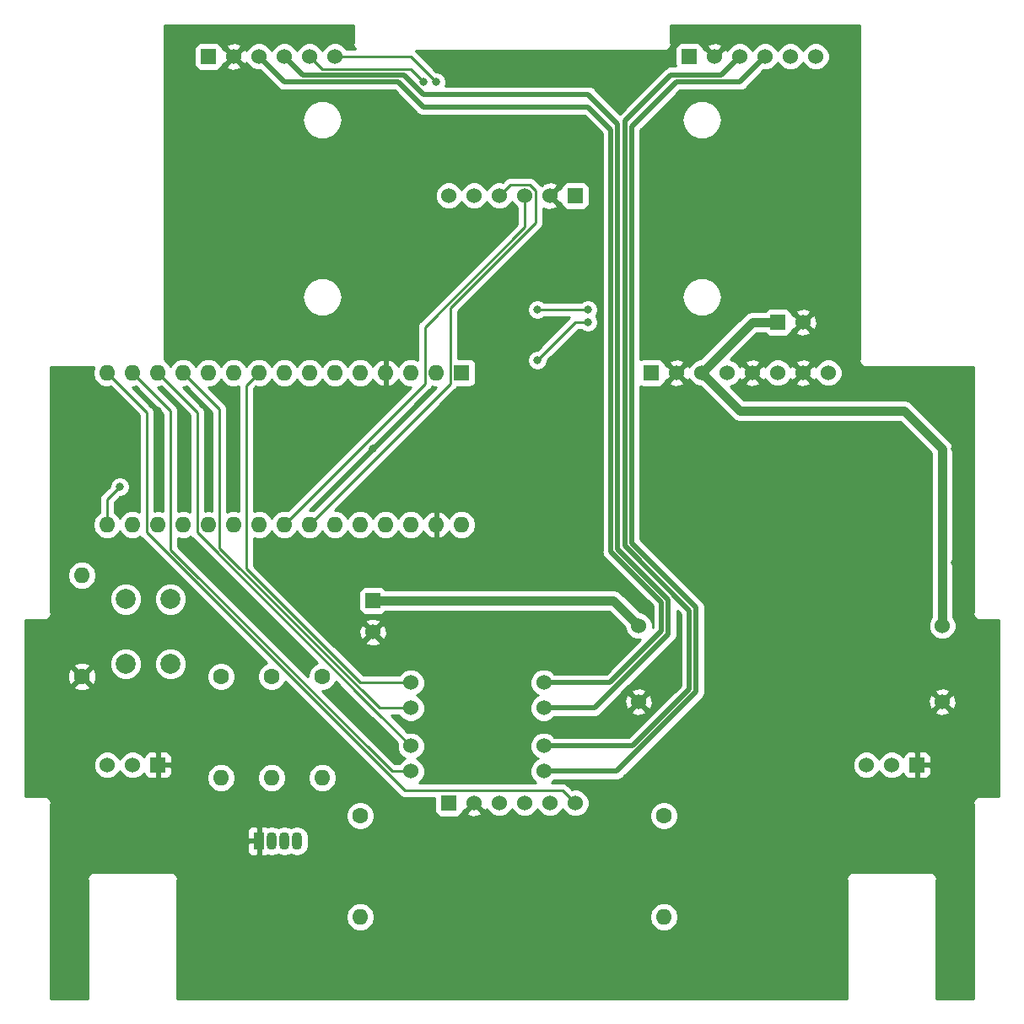
<source format=gbr>
G04 #@! TF.GenerationSoftware,KiCad,Pcbnew,(5.0.2)-1*
G04 #@! TF.CreationDate,2019-01-29T00:14:09+01:00*
G04 #@! TF.ProjectId,bigmax,6269676d-6178-42e6-9b69-6361645f7063,v1*
G04 #@! TF.SameCoordinates,Original*
G04 #@! TF.FileFunction,Copper,L2,Bot*
G04 #@! TF.FilePolarity,Positive*
%FSLAX46Y46*%
G04 Gerber Fmt 4.6, Leading zero omitted, Abs format (unit mm)*
G04 Created by KiCad (PCBNEW (5.0.2)-1) date 29/01/2019 00:14:09*
%MOMM*%
%LPD*%
G01*
G04 APERTURE LIST*
G04 #@! TA.AperFunction,ComponentPad*
%ADD10R,1.524000X1.524000*%
G04 #@! TD*
G04 #@! TA.AperFunction,ComponentPad*
%ADD11C,1.524000*%
G04 #@! TD*
G04 #@! TA.AperFunction,ComponentPad*
%ADD12O,1.070000X1.800000*%
G04 #@! TD*
G04 #@! TA.AperFunction,ComponentPad*
%ADD13R,1.070000X1.800000*%
G04 #@! TD*
G04 #@! TA.AperFunction,ComponentPad*
%ADD14C,1.600000*%
G04 #@! TD*
G04 #@! TA.AperFunction,ComponentPad*
%ADD15O,1.600000X1.600000*%
G04 #@! TD*
G04 #@! TA.AperFunction,ComponentPad*
%ADD16C,2.000000*%
G04 #@! TD*
G04 #@! TA.AperFunction,ComponentPad*
%ADD17R,1.600000X1.600000*%
G04 #@! TD*
G04 #@! TA.AperFunction,ViaPad*
%ADD18C,0.800000*%
G04 #@! TD*
G04 #@! TA.AperFunction,Conductor*
%ADD19C,0.250000*%
G04 #@! TD*
G04 #@! TA.AperFunction,Conductor*
%ADD20C,0.500000*%
G04 #@! TD*
G04 #@! TA.AperFunction,Conductor*
%ADD21C,0.900000*%
G04 #@! TD*
G04 #@! TA.AperFunction,Conductor*
%ADD22C,0.254000*%
G04 #@! TD*
G04 APERTURE END LIST*
D10*
G04 #@! TO.P,U10,1*
G04 #@! TO.N,+BATT*
X176530000Y-81280000D03*
D11*
G04 #@! TO.P,U10,2*
G04 #@! TO.N,GND*
X179070000Y-81280000D03*
G04 #@! TD*
D10*
G04 #@! TO.P,U9,1*
G04 #@! TO.N,+6V*
X135890000Y-109220000D03*
D11*
G04 #@! TO.P,U9,2*
G04 #@! TO.N,GND*
X135890000Y-112395000D03*
G04 #@! TO.P,U9,3*
G04 #@! TO.N,/in1*
X139700000Y-117475000D03*
G04 #@! TO.P,U9,4*
G04 #@! TO.N,/in2*
X139700000Y-120015000D03*
G04 #@! TO.P,U9,5*
G04 #@! TO.N,/in3*
X139700000Y-123825000D03*
G04 #@! TO.P,U9,6*
G04 #@! TO.N,/in4*
X139700000Y-126365000D03*
G04 #@! TO.P,U9,7*
G04 #@! TO.N,/M1*
X153035000Y-117475000D03*
G04 #@! TO.P,U9,8*
G04 #@! TO.N,/M2*
X153035000Y-120015000D03*
G04 #@! TO.P,U9,9*
G04 #@! TO.N,/M3*
X153035000Y-123825000D03*
G04 #@! TO.P,U9,10*
G04 #@! TO.N,/M4*
X153035000Y-126365000D03*
G04 #@! TD*
G04 #@! TO.P,U4,6*
G04 #@! TO.N,/c2_b*
X180340000Y-54610000D03*
G04 #@! TO.P,U4,5*
G04 #@! TO.N,/c1_b*
X177800000Y-54610000D03*
G04 #@! TO.P,U4,4*
G04 #@! TO.N,/M4*
X175260000Y-54610000D03*
G04 #@! TO.P,U4,3*
G04 #@! TO.N,/M3*
X172720000Y-54610000D03*
G04 #@! TO.P,U4,2*
G04 #@! TO.N,GND*
X170180000Y-54610000D03*
D10*
G04 #@! TO.P,U4,1*
G04 #@! TO.N,VCC*
X167640000Y-54610000D03*
G04 #@! TD*
D11*
G04 #@! TO.P,U8,6*
G04 #@! TO.N,/XSHUT_b*
X143510000Y-68580000D03*
G04 #@! TO.P,U8,5*
G04 #@! TO.N,Net-(U8-Pad5)*
X146050000Y-68580000D03*
G04 #@! TO.P,U8,4*
G04 #@! TO.N,/scl*
X148590000Y-68580000D03*
G04 #@! TO.P,U8,3*
G04 #@! TO.N,/sda*
X151130000Y-68580000D03*
G04 #@! TO.P,U8,2*
G04 #@! TO.N,GND*
X153670000Y-68580000D03*
D10*
G04 #@! TO.P,U8,1*
G04 #@! TO.N,VCC*
X156210000Y-68580000D03*
G04 #@! TD*
D12*
G04 #@! TO.P,D1,4*
G04 #@! TO.N,Net-(D1-Pad4)*
X128270000Y-133350000D03*
G04 #@! TO.P,D1,3*
G04 #@! TO.N,Net-(D1-Pad3)*
X127000000Y-133350000D03*
G04 #@! TO.P,D1,2*
G04 #@! TO.N,Net-(D1-Pad2)*
X125730000Y-133350000D03*
D13*
G04 #@! TO.P,D1,1*
G04 #@! TO.N,GND*
X124460000Y-133350000D03*
G04 #@! TD*
D14*
G04 #@! TO.P,R1,1*
G04 #@! TO.N,Net-(A1-Pad22)*
X130810000Y-116840000D03*
D15*
G04 #@! TO.P,R1,2*
G04 #@! TO.N,Net-(D1-Pad4)*
X130810000Y-127000000D03*
G04 #@! TD*
G04 #@! TO.P,R2,2*
G04 #@! TO.N,Net-(D1-Pad3)*
X125730000Y-127000000D03*
D14*
G04 #@! TO.P,R2,1*
G04 #@! TO.N,Net-(A1-Pad21)*
X125730000Y-116840000D03*
G04 #@! TD*
G04 #@! TO.P,R3,1*
G04 #@! TO.N,GND*
X106680000Y-116840000D03*
D15*
G04 #@! TO.P,R3,2*
G04 #@! TO.N,Net-(A1-Pad19)*
X106680000Y-106680000D03*
G04 #@! TD*
G04 #@! TO.P,R4,2*
G04 #@! TO.N,Net-(D1-Pad2)*
X120650000Y-127000000D03*
D14*
G04 #@! TO.P,R4,1*
G04 #@! TO.N,Net-(A1-Pad20)*
X120650000Y-116840000D03*
G04 #@! TD*
D16*
G04 #@! TO.P,SW1,1*
G04 #@! TO.N,VCC*
X115570000Y-115570000D03*
G04 #@! TO.P,SW1,2*
G04 #@! TO.N,Net-(A1-Pad19)*
X111070000Y-115570000D03*
G04 #@! TO.P,SW1,1*
G04 #@! TO.N,VCC*
X115570000Y-109070000D03*
G04 #@! TO.P,SW1,2*
G04 #@! TO.N,Net-(A1-Pad19)*
X111070000Y-109070000D03*
G04 #@! TD*
D11*
G04 #@! TO.P,U1,2*
G04 #@! TO.N,VCC*
X111760000Y-125730000D03*
G04 #@! TO.P,U1,3*
G04 #@! TO.N,/out_a*
X109220000Y-125730000D03*
D10*
G04 #@! TO.P,U1,1*
G04 #@! TO.N,GND*
X114300000Y-125730000D03*
G04 #@! TD*
G04 #@! TO.P,U2,1*
G04 #@! TO.N,GND*
X190500000Y-125730000D03*
D11*
G04 #@! TO.P,U2,3*
G04 #@! TO.N,/out_b*
X185420000Y-125730000D03*
G04 #@! TO.P,U2,2*
G04 #@! TO.N,VCC*
X187960000Y-125730000D03*
G04 #@! TD*
D10*
G04 #@! TO.P,U3,1*
G04 #@! TO.N,VCC*
X119380000Y-54610000D03*
D11*
G04 #@! TO.P,U3,2*
G04 #@! TO.N,GND*
X121920000Y-54610000D03*
G04 #@! TO.P,U3,3*
G04 #@! TO.N,/M1*
X124460000Y-54610000D03*
G04 #@! TO.P,U3,4*
G04 #@! TO.N,/M2*
X127000000Y-54610000D03*
G04 #@! TO.P,U3,5*
G04 #@! TO.N,/c1_a*
X129540000Y-54610000D03*
G04 #@! TO.P,U3,6*
G04 #@! TO.N,/c2_a*
X132080000Y-54610000D03*
G04 #@! TD*
D10*
G04 #@! TO.P,U5,1*
G04 #@! TO.N,Net-(U5-Pad1)*
X163830000Y-86360000D03*
D11*
G04 #@! TO.P,U5,2*
G04 #@! TO.N,GND*
X166370000Y-86360000D03*
G04 #@! TO.P,U5,3*
G04 #@! TO.N,+BATT*
X168910000Y-86360000D03*
G04 #@! TO.P,U5,4*
G04 #@! TO.N,Net-(U5-Pad4)*
X171450000Y-86360000D03*
G04 #@! TO.P,U5,5*
G04 #@! TO.N,GND*
X173990000Y-86360000D03*
G04 #@! TO.P,U5,6*
G04 #@! TO.N,Net-(U5-Pad6)*
X176530000Y-86360000D03*
G04 #@! TO.P,U5,7*
G04 #@! TO.N,GND*
X179070000Y-86360000D03*
G04 #@! TO.P,U5,8*
G04 #@! TO.N,VCC*
X181610000Y-86360000D03*
G04 #@! TD*
G04 #@! TO.P,U6,1*
G04 #@! TO.N,+BATT*
X193040000Y-111760000D03*
G04 #@! TO.P,U6,3*
G04 #@! TO.N,+6V*
X162560000Y-111760000D03*
G04 #@! TO.P,U6,2*
G04 #@! TO.N,GND*
X193040000Y-119380000D03*
G04 #@! TO.P,U6,4*
X162560000Y-119380000D03*
G04 #@! TD*
D10*
G04 #@! TO.P,U7,1*
G04 #@! TO.N,VCC*
X143510000Y-129540000D03*
D11*
G04 #@! TO.P,U7,2*
G04 #@! TO.N,GND*
X146050000Y-129540000D03*
G04 #@! TO.P,U7,3*
G04 #@! TO.N,/sda*
X148590000Y-129540000D03*
G04 #@! TO.P,U7,4*
G04 #@! TO.N,/scl*
X151130000Y-129540000D03*
G04 #@! TO.P,U7,5*
G04 #@! TO.N,Net-(U7-Pad5)*
X153670000Y-129540000D03*
G04 #@! TO.P,U7,6*
G04 #@! TO.N,/XSHUT_a*
X156210000Y-129540000D03*
G04 #@! TD*
D14*
G04 #@! TO.P,R5,1*
G04 #@! TO.N,/scl*
X165100000Y-130810000D03*
D15*
G04 #@! TO.P,R5,2*
G04 #@! TO.N,VCC*
X165100000Y-140970000D03*
G04 #@! TD*
G04 #@! TO.P,R6,2*
G04 #@! TO.N,VCC*
X134620000Y-140970000D03*
D14*
G04 #@! TO.P,R6,1*
G04 #@! TO.N,/sda*
X134620000Y-130810000D03*
G04 #@! TD*
D15*
G04 #@! TO.P,A1,16*
G04 #@! TO.N,/XSHUT_b*
X109220000Y-101600000D03*
G04 #@! TO.P,A1,15*
G04 #@! TO.N,/XSHUT_a*
X109220000Y-86360000D03*
G04 #@! TO.P,A1,30*
G04 #@! TO.N,Net-(A1-Pad30)*
X144780000Y-101600000D03*
G04 #@! TO.P,A1,14*
G04 #@! TO.N,/in4*
X111760000Y-86360000D03*
G04 #@! TO.P,A1,29*
G04 #@! TO.N,GND*
X142240000Y-101600000D03*
G04 #@! TO.P,A1,13*
G04 #@! TO.N,/in3*
X114300000Y-86360000D03*
G04 #@! TO.P,A1,28*
G04 #@! TO.N,Net-(A1-Pad28)*
X139700000Y-101600000D03*
G04 #@! TO.P,A1,12*
G04 #@! TO.N,/in2*
X116840000Y-86360000D03*
G04 #@! TO.P,A1,27*
G04 #@! TO.N,VCC*
X137160000Y-101600000D03*
G04 #@! TO.P,A1,11*
G04 #@! TO.N,/c2_b*
X119380000Y-86360000D03*
G04 #@! TO.P,A1,26*
G04 #@! TO.N,/out_b*
X134620000Y-101600000D03*
G04 #@! TO.P,A1,10*
G04 #@! TO.N,/c2_a*
X121920000Y-86360000D03*
G04 #@! TO.P,A1,25*
G04 #@! TO.N,/out_a*
X132080000Y-101600000D03*
G04 #@! TO.P,A1,9*
G04 #@! TO.N,/in1*
X124460000Y-86360000D03*
G04 #@! TO.P,A1,24*
G04 #@! TO.N,/scl*
X129540000Y-101600000D03*
G04 #@! TO.P,A1,8*
G04 #@! TO.N,Net-(A1-Pad8)*
X127000000Y-86360000D03*
G04 #@! TO.P,A1,23*
G04 #@! TO.N,/sda*
X127000000Y-101600000D03*
G04 #@! TO.P,A1,7*
G04 #@! TO.N,Net-(A1-Pad7)*
X129540000Y-86360000D03*
G04 #@! TO.P,A1,22*
G04 #@! TO.N,Net-(A1-Pad22)*
X124460000Y-101600000D03*
G04 #@! TO.P,A1,6*
G04 #@! TO.N,/c1_b*
X132080000Y-86360000D03*
G04 #@! TO.P,A1,21*
G04 #@! TO.N,Net-(A1-Pad21)*
X121920000Y-101600000D03*
G04 #@! TO.P,A1,5*
G04 #@! TO.N,/c1_a*
X134620000Y-86360000D03*
G04 #@! TO.P,A1,20*
G04 #@! TO.N,Net-(A1-Pad20)*
X119380000Y-101600000D03*
G04 #@! TO.P,A1,4*
G04 #@! TO.N,GND*
X137160000Y-86360000D03*
G04 #@! TO.P,A1,19*
G04 #@! TO.N,Net-(A1-Pad19)*
X116840000Y-101600000D03*
G04 #@! TO.P,A1,3*
G04 #@! TO.N,Net-(A1-Pad3)*
X139700000Y-86360000D03*
G04 #@! TO.P,A1,18*
G04 #@! TO.N,Net-(A1-Pad18)*
X114300000Y-101600000D03*
G04 #@! TO.P,A1,2*
G04 #@! TO.N,Net-(A1-Pad2)*
X142240000Y-86360000D03*
G04 #@! TO.P,A1,17*
G04 #@! TO.N,Net-(A1-Pad17)*
X111760000Y-101600000D03*
D17*
G04 #@! TO.P,A1,1*
G04 #@! TO.N,Net-(A1-Pad1)*
X144780000Y-86360000D03*
G04 #@! TD*
D18*
G04 #@! TO.N,/XSHUT_b*
X110490000Y-97790000D03*
G04 #@! TO.N,/c2_b*
X157480000Y-81280000D03*
X152400000Y-85090006D03*
G04 #@! TO.N,/c2_a*
X142240000Y-57150000D03*
G04 #@! TO.N,/c1_b*
X157480000Y-80010000D03*
X152400000Y-80010000D03*
G04 #@! TO.N,/c1_a*
X140970000Y-57150000D03*
G04 #@! TO.N,GND*
X125730000Y-93980000D03*
X125730000Y-111760000D03*
X119380000Y-105410000D03*
X121920000Y-93980000D03*
X119380000Y-93980000D03*
X116840000Y-93980000D03*
X114300000Y-97790000D03*
X143510000Y-76200000D03*
X120650000Y-62230000D03*
X134620000Y-62230000D03*
X120650000Y-76200000D03*
X134620000Y-76200000D03*
X166370000Y-62230000D03*
X166370000Y-76200000D03*
X180340000Y-76200000D03*
X180340000Y-62230000D03*
X148590000Y-93980000D03*
X148590000Y-111760000D03*
X194310000Y-93980000D03*
X194310000Y-105410000D03*
X166370000Y-105410000D03*
X105410000Y-144780000D03*
X109220000Y-121920000D03*
X125730000Y-144780000D03*
X148590000Y-144780000D03*
X166370000Y-144780000D03*
X180340000Y-144780000D03*
X180340000Y-132080000D03*
X194310000Y-144780000D03*
X180340000Y-118110000D03*
X148590000Y-62230000D03*
X135890000Y-93980000D03*
X148590000Y-82550000D03*
X114300000Y-90170000D03*
X125730000Y-121920000D03*
X166370000Y-132080000D03*
X180340000Y-105410000D03*
X180340000Y-93980000D03*
X135890000Y-121920000D03*
X166370000Y-93980000D03*
X194310000Y-132080000D03*
X194310000Y-118110000D03*
X148590000Y-132080000D03*
X105410000Y-132080000D03*
X109220000Y-111760000D03*
X148590000Y-105410000D03*
X148590000Y-54610000D03*
X165383963Y-117893939D03*
X154940000Y-57119979D03*
X105410000Y-93980000D03*
G04 #@! TD*
D19*
G04 #@! TO.N,/XSHUT_b*
X109220000Y-101600000D02*
X109220000Y-99060000D01*
X109220000Y-99060000D02*
X110490000Y-97790000D01*
G04 #@! TO.N,/XSHUT_a*
X110019999Y-87159999D02*
X109220000Y-86360000D01*
X113174999Y-90314999D02*
X110019999Y-87159999D01*
X113174999Y-102381410D02*
X113174999Y-90314999D01*
X139063589Y-128270000D02*
X113174999Y-102381410D01*
X156210000Y-129540000D02*
X154940000Y-128270000D01*
X154940000Y-128270000D02*
X139063589Y-128270000D01*
G04 #@! TO.N,/in4*
X115570000Y-90170000D02*
X111760000Y-86360000D01*
X115570000Y-104140000D02*
X115570000Y-90170000D01*
X137795000Y-126365000D02*
X115570000Y-104140000D01*
X139700000Y-126365000D02*
X137795000Y-126365000D01*
G04 #@! TO.N,/in3*
X118254999Y-102381410D02*
X118254999Y-90314999D01*
X115099999Y-87159999D02*
X114300000Y-86360000D01*
X136340011Y-120465011D02*
X136338600Y-120465011D01*
X136338600Y-120465011D02*
X118254999Y-102381410D01*
X139700000Y-123825000D02*
X136340011Y-120465011D01*
X118254999Y-90314999D02*
X115099999Y-87159999D01*
G04 #@! TO.N,/in2*
X136525000Y-120015000D02*
X120505001Y-103995001D01*
X120505001Y-90025001D02*
X117639999Y-87159999D01*
X139700000Y-120015000D02*
X136525000Y-120015000D01*
X117639999Y-87159999D02*
X116840000Y-86360000D01*
X120505001Y-103995001D02*
X120505001Y-90025001D01*
G04 #@! TO.N,/c2_b*
X157480000Y-81280000D02*
X156210006Y-81280000D01*
X152799999Y-84690007D02*
X152400000Y-85090006D01*
X156210006Y-81280000D02*
X152799999Y-84690007D01*
G04 #@! TO.N,/c2_a*
X133350000Y-54610000D02*
X132080000Y-54610000D01*
X142240000Y-57150000D02*
X139700000Y-54610000D01*
X139700000Y-54610000D02*
X133350000Y-54610000D01*
G04 #@! TO.N,/in1*
X134621410Y-117475000D02*
X139700000Y-117475000D01*
X123190000Y-106043590D02*
X134621410Y-117475000D01*
X123190000Y-87630000D02*
X123190000Y-106043590D01*
X124460000Y-86360000D02*
X123190000Y-87630000D01*
G04 #@! TO.N,/scl*
X149351999Y-67818001D02*
X148590000Y-68580000D01*
X149677001Y-67492999D02*
X149351999Y-67818001D01*
X151651761Y-67492999D02*
X149677001Y-67492999D01*
X152217001Y-68058239D02*
X151651761Y-67492999D01*
X152217001Y-71305819D02*
X152217001Y-68058239D01*
X143654999Y-79867821D02*
X152217001Y-71305819D01*
X143654999Y-87485001D02*
X143654999Y-79867821D01*
X129540000Y-101600000D02*
X143654999Y-87485001D01*
G04 #@! TO.N,/sda*
X151130000Y-69657630D02*
X151130000Y-68580000D01*
X151130000Y-71756410D02*
X151130000Y-69657630D01*
X141114999Y-81771411D02*
X151130000Y-71756410D01*
X141114999Y-87485001D02*
X141114999Y-81771411D01*
X127000000Y-101600000D02*
X141114999Y-87485001D01*
G04 #@! TO.N,/c1_b*
X152400000Y-80010000D02*
X157480000Y-80010000D01*
G04 #@! TO.N,/c1_a*
X130815022Y-55874978D02*
X139694978Y-55874978D01*
X129540000Y-54610000D02*
X130810000Y-55880000D01*
X130810000Y-55880000D02*
X130815022Y-55874978D01*
X140570001Y-56750001D02*
X140970000Y-57150000D01*
X139694978Y-55874978D02*
X140570001Y-56750001D01*
D20*
G04 #@! TO.N,/M1*
X140970000Y-59690000D02*
X138430000Y-57150000D01*
X138430000Y-57150000D02*
X131343153Y-57150000D01*
X131343153Y-57150000D02*
X131338132Y-57155021D01*
X131338132Y-57155021D02*
X127005021Y-57155021D01*
X125221999Y-55371999D02*
X124460000Y-54610000D01*
X127005021Y-57155021D02*
X125221999Y-55371999D01*
X164850000Y-112290036D02*
X164850000Y-109399894D01*
X157480000Y-59690000D02*
X140970000Y-59690000D01*
X159665036Y-117475000D02*
X164850000Y-112290036D01*
X159769999Y-61979999D02*
X157480000Y-59690000D01*
X159769999Y-104319894D02*
X159769999Y-61979999D01*
X164850000Y-109399894D02*
X159769999Y-104319894D01*
X153035000Y-117475000D02*
X159665036Y-117475000D01*
G04 #@! TO.N,/M2*
X157480000Y-58420000D02*
X160470010Y-61410010D01*
X128845010Y-56455010D02*
X131048178Y-56455010D01*
X158115000Y-120015000D02*
X154112630Y-120015000D01*
X131053199Y-56449989D02*
X138999989Y-56449989D01*
X127000000Y-54610000D02*
X128845010Y-56455010D01*
X138999989Y-56449989D02*
X140970000Y-58420000D01*
X160470010Y-104029940D02*
X165550011Y-109109940D01*
X160470010Y-61410010D02*
X160470010Y-104029940D01*
X140970000Y-58420000D02*
X157480000Y-58420000D01*
X131048178Y-56455010D02*
X131053199Y-56449989D01*
X154112630Y-120015000D02*
X153035000Y-120015000D01*
X165550011Y-112579990D02*
X158115000Y-120015000D01*
X165550011Y-109109940D02*
X165550011Y-112579990D01*
G04 #@! TO.N,/M4*
X174498001Y-55371999D02*
X175260000Y-54610000D01*
X172720000Y-57150000D02*
X174498001Y-55371999D01*
X168340011Y-118399954D02*
X168340011Y-109920010D01*
X168340011Y-109920010D02*
X161870032Y-103450032D01*
X160374965Y-126365000D02*
X168340011Y-118399954D01*
X153035000Y-126365000D02*
X160374965Y-126365000D01*
X161870032Y-103450032D02*
X161870032Y-61649968D01*
X166370000Y-57150000D02*
X172720000Y-57150000D01*
X161870032Y-61649968D02*
X166370000Y-57150000D01*
G04 #@! TO.N,/M3*
X170880011Y-56449989D02*
X171958001Y-55371999D01*
X171958001Y-55371999D02*
X172720000Y-54610000D01*
X165800011Y-56449989D02*
X170880011Y-56449989D01*
X161925000Y-123825000D02*
X167640000Y-118110000D01*
X153035000Y-123825000D02*
X161925000Y-123825000D01*
X167640000Y-118110000D02*
X167640000Y-110209964D01*
X167640000Y-110209964D02*
X161170021Y-103739986D01*
X161170021Y-103739986D02*
X161170021Y-61079979D01*
X161170021Y-61079979D02*
X165800011Y-56449989D01*
D21*
G04 #@! TO.N,+BATT*
X173990000Y-81280000D02*
X168910000Y-86360000D01*
X176530000Y-81280000D02*
X173990000Y-81280000D01*
X193040000Y-93980000D02*
X193040000Y-111760000D01*
X189230000Y-90170000D02*
X193040000Y-93980000D01*
X168910000Y-86360000D02*
X172720000Y-90170000D01*
X172720000Y-90170000D02*
X189230000Y-90170000D01*
G04 #@! TO.N,+6V*
X160020000Y-109220000D02*
X135890000Y-109220000D01*
X162560000Y-111760000D02*
X160020000Y-109220000D01*
G04 #@! TD*
D22*
G04 #@! TO.N,GND*
G36*
X184710001Y-85020069D02*
X184696091Y-85090000D01*
X184751195Y-85367028D01*
X184908119Y-85601881D01*
X185142972Y-85758805D01*
X185350074Y-85800000D01*
X185350075Y-85800000D01*
X185420000Y-85813909D01*
X185489926Y-85800000D01*
X196140000Y-85800000D01*
X196140001Y-110420069D01*
X196126091Y-110490000D01*
X196181195Y-110767028D01*
X196338119Y-111001881D01*
X196572972Y-111158805D01*
X196780074Y-111200000D01*
X196780075Y-111200000D01*
X196850000Y-111213909D01*
X196919926Y-111200000D01*
X198680000Y-111200000D01*
X198680001Y-128830000D01*
X196919925Y-128830000D01*
X196850000Y-128816091D01*
X196780074Y-128830000D01*
X196572972Y-128871195D01*
X196338119Y-129028119D01*
X196181195Y-129262972D01*
X196126091Y-129540000D01*
X196140000Y-129609925D01*
X196140001Y-149150000D01*
X192480000Y-149150000D01*
X192480000Y-137229926D01*
X192493909Y-137160000D01*
X192438805Y-136882972D01*
X192281881Y-136648119D01*
X192047028Y-136491195D01*
X191839926Y-136450000D01*
X191770000Y-136436091D01*
X191700075Y-136450000D01*
X184219925Y-136450000D01*
X184150000Y-136436091D01*
X184080074Y-136450000D01*
X183872972Y-136491195D01*
X183638119Y-136648119D01*
X183481195Y-136882972D01*
X183426091Y-137160000D01*
X183440000Y-137229926D01*
X183440001Y-149150000D01*
X116280000Y-149150000D01*
X116280000Y-140970000D01*
X133156887Y-140970000D01*
X133268260Y-141529909D01*
X133585423Y-142004577D01*
X134060091Y-142321740D01*
X134478667Y-142405000D01*
X134761333Y-142405000D01*
X135179909Y-142321740D01*
X135654577Y-142004577D01*
X135971740Y-141529909D01*
X136083113Y-140970000D01*
X163636887Y-140970000D01*
X163748260Y-141529909D01*
X164065423Y-142004577D01*
X164540091Y-142321740D01*
X164958667Y-142405000D01*
X165241333Y-142405000D01*
X165659909Y-142321740D01*
X166134577Y-142004577D01*
X166451740Y-141529909D01*
X166563113Y-140970000D01*
X166451740Y-140410091D01*
X166134577Y-139935423D01*
X165659909Y-139618260D01*
X165241333Y-139535000D01*
X164958667Y-139535000D01*
X164540091Y-139618260D01*
X164065423Y-139935423D01*
X163748260Y-140410091D01*
X163636887Y-140970000D01*
X136083113Y-140970000D01*
X135971740Y-140410091D01*
X135654577Y-139935423D01*
X135179909Y-139618260D01*
X134761333Y-139535000D01*
X134478667Y-139535000D01*
X134060091Y-139618260D01*
X133585423Y-139935423D01*
X133268260Y-140410091D01*
X133156887Y-140970000D01*
X116280000Y-140970000D01*
X116280000Y-137229926D01*
X116293909Y-137160000D01*
X116238805Y-136882972D01*
X116081881Y-136648119D01*
X115847028Y-136491195D01*
X115639926Y-136450000D01*
X115639925Y-136450000D01*
X115570000Y-136436091D01*
X115500074Y-136450000D01*
X108019926Y-136450000D01*
X107950000Y-136436091D01*
X107880075Y-136450000D01*
X107880074Y-136450000D01*
X107672972Y-136491195D01*
X107438119Y-136648119D01*
X107281195Y-136882972D01*
X107226091Y-137160000D01*
X107240001Y-137229931D01*
X107240000Y-149150000D01*
X103580000Y-149150000D01*
X103580000Y-133635750D01*
X123290000Y-133635750D01*
X123290000Y-134376310D01*
X123386673Y-134609699D01*
X123565302Y-134788327D01*
X123798691Y-134885000D01*
X124174250Y-134885000D01*
X124333000Y-134726250D01*
X124333000Y-133477000D01*
X123448750Y-133477000D01*
X123290000Y-133635750D01*
X103580000Y-133635750D01*
X103580000Y-132323690D01*
X123290000Y-132323690D01*
X123290000Y-133064250D01*
X123448750Y-133223000D01*
X124333000Y-133223000D01*
X124333000Y-132869770D01*
X124560000Y-132869770D01*
X124560000Y-133830231D01*
X124587000Y-133965969D01*
X124587000Y-134726250D01*
X124745750Y-134885000D01*
X125121309Y-134885000D01*
X125281399Y-134818688D01*
X125730000Y-134907921D01*
X126186511Y-134817115D01*
X126365001Y-134697853D01*
X126543490Y-134817115D01*
X127000000Y-134907921D01*
X127456511Y-134817115D01*
X127635001Y-134697853D01*
X127813490Y-134817115D01*
X128270000Y-134907921D01*
X128726511Y-134817115D01*
X129113523Y-134558523D01*
X129372115Y-134171511D01*
X129440000Y-133830230D01*
X129440000Y-132869769D01*
X129372115Y-132528489D01*
X129113523Y-132141477D01*
X128726510Y-131882885D01*
X128270000Y-131792079D01*
X127813489Y-131882885D01*
X127635000Y-132002147D01*
X127456510Y-131882885D01*
X127000000Y-131792079D01*
X126543489Y-131882885D01*
X126365000Y-132002147D01*
X126186510Y-131882885D01*
X125730000Y-131792079D01*
X125281399Y-131881312D01*
X125121309Y-131815000D01*
X124745750Y-131815000D01*
X124587000Y-131973750D01*
X124587000Y-132734032D01*
X124560000Y-132869770D01*
X124333000Y-132869770D01*
X124333000Y-131973750D01*
X124174250Y-131815000D01*
X123798691Y-131815000D01*
X123565302Y-131911673D01*
X123386673Y-132090301D01*
X123290000Y-132323690D01*
X103580000Y-132323690D01*
X103580000Y-130524561D01*
X133185000Y-130524561D01*
X133185000Y-131095439D01*
X133403466Y-131622862D01*
X133807138Y-132026534D01*
X134334561Y-132245000D01*
X134905439Y-132245000D01*
X135432862Y-132026534D01*
X135836534Y-131622862D01*
X136055000Y-131095439D01*
X136055000Y-130524561D01*
X135836534Y-129997138D01*
X135432862Y-129593466D01*
X134905439Y-129375000D01*
X134334561Y-129375000D01*
X133807138Y-129593466D01*
X133403466Y-129997138D01*
X133185000Y-130524561D01*
X103580000Y-130524561D01*
X103580000Y-129609925D01*
X103593909Y-129540000D01*
X103538805Y-129262972D01*
X103381881Y-129028119D01*
X103147028Y-128871195D01*
X102939926Y-128830000D01*
X102939925Y-128830000D01*
X102870000Y-128816091D01*
X102800074Y-128830000D01*
X101040000Y-128830000D01*
X101040000Y-125452119D01*
X107823000Y-125452119D01*
X107823000Y-126007881D01*
X108035680Y-126521337D01*
X108428663Y-126914320D01*
X108942119Y-127127000D01*
X109497881Y-127127000D01*
X110011337Y-126914320D01*
X110404320Y-126521337D01*
X110490000Y-126314487D01*
X110575680Y-126521337D01*
X110968663Y-126914320D01*
X111482119Y-127127000D01*
X112037881Y-127127000D01*
X112551337Y-126914320D01*
X112903000Y-126562657D01*
X112903000Y-126618310D01*
X112999673Y-126851699D01*
X113178302Y-127030327D01*
X113411691Y-127127000D01*
X114014250Y-127127000D01*
X114173000Y-126968250D01*
X114173000Y-125857000D01*
X114427000Y-125857000D01*
X114427000Y-126968250D01*
X114585750Y-127127000D01*
X115188309Y-127127000D01*
X115421698Y-127030327D01*
X115452025Y-127000000D01*
X119186887Y-127000000D01*
X119298260Y-127559909D01*
X119615423Y-128034577D01*
X120090091Y-128351740D01*
X120508667Y-128435000D01*
X120791333Y-128435000D01*
X121209909Y-128351740D01*
X121684577Y-128034577D01*
X122001740Y-127559909D01*
X122113113Y-127000000D01*
X124266887Y-127000000D01*
X124378260Y-127559909D01*
X124695423Y-128034577D01*
X125170091Y-128351740D01*
X125588667Y-128435000D01*
X125871333Y-128435000D01*
X126289909Y-128351740D01*
X126764577Y-128034577D01*
X127081740Y-127559909D01*
X127193113Y-127000000D01*
X129346887Y-127000000D01*
X129458260Y-127559909D01*
X129775423Y-128034577D01*
X130250091Y-128351740D01*
X130668667Y-128435000D01*
X130951333Y-128435000D01*
X131369909Y-128351740D01*
X131844577Y-128034577D01*
X132161740Y-127559909D01*
X132273113Y-127000000D01*
X132161740Y-126440091D01*
X131844577Y-125965423D01*
X131369909Y-125648260D01*
X130951333Y-125565000D01*
X130668667Y-125565000D01*
X130250091Y-125648260D01*
X129775423Y-125965423D01*
X129458260Y-126440091D01*
X129346887Y-127000000D01*
X127193113Y-127000000D01*
X127081740Y-126440091D01*
X126764577Y-125965423D01*
X126289909Y-125648260D01*
X125871333Y-125565000D01*
X125588667Y-125565000D01*
X125170091Y-125648260D01*
X124695423Y-125965423D01*
X124378260Y-126440091D01*
X124266887Y-127000000D01*
X122113113Y-127000000D01*
X122001740Y-126440091D01*
X121684577Y-125965423D01*
X121209909Y-125648260D01*
X120791333Y-125565000D01*
X120508667Y-125565000D01*
X120090091Y-125648260D01*
X119615423Y-125965423D01*
X119298260Y-126440091D01*
X119186887Y-127000000D01*
X115452025Y-127000000D01*
X115600327Y-126851699D01*
X115697000Y-126618310D01*
X115697000Y-126015750D01*
X115538250Y-125857000D01*
X114427000Y-125857000D01*
X114173000Y-125857000D01*
X114153000Y-125857000D01*
X114153000Y-125603000D01*
X114173000Y-125603000D01*
X114173000Y-124491750D01*
X114427000Y-124491750D01*
X114427000Y-125603000D01*
X115538250Y-125603000D01*
X115697000Y-125444250D01*
X115697000Y-124841690D01*
X115600327Y-124608301D01*
X115421698Y-124429673D01*
X115188309Y-124333000D01*
X114585750Y-124333000D01*
X114427000Y-124491750D01*
X114173000Y-124491750D01*
X114014250Y-124333000D01*
X113411691Y-124333000D01*
X113178302Y-124429673D01*
X112999673Y-124608301D01*
X112903000Y-124841690D01*
X112903000Y-124897343D01*
X112551337Y-124545680D01*
X112037881Y-124333000D01*
X111482119Y-124333000D01*
X110968663Y-124545680D01*
X110575680Y-124938663D01*
X110490000Y-125145513D01*
X110404320Y-124938663D01*
X110011337Y-124545680D01*
X109497881Y-124333000D01*
X108942119Y-124333000D01*
X108428663Y-124545680D01*
X108035680Y-124938663D01*
X107823000Y-125452119D01*
X101040000Y-125452119D01*
X101040000Y-117847745D01*
X105851861Y-117847745D01*
X105925995Y-118093864D01*
X106463223Y-118286965D01*
X107033454Y-118259778D01*
X107434005Y-118093864D01*
X107508139Y-117847745D01*
X106680000Y-117019605D01*
X105851861Y-117847745D01*
X101040000Y-117847745D01*
X101040000Y-116623223D01*
X105233035Y-116623223D01*
X105260222Y-117193454D01*
X105426136Y-117594005D01*
X105672255Y-117668139D01*
X106500395Y-116840000D01*
X106859605Y-116840000D01*
X107687745Y-117668139D01*
X107933864Y-117594005D01*
X108126965Y-117056777D01*
X108099778Y-116486546D01*
X107933864Y-116085995D01*
X107687745Y-116011861D01*
X106859605Y-116840000D01*
X106500395Y-116840000D01*
X105672255Y-116011861D01*
X105426136Y-116085995D01*
X105233035Y-116623223D01*
X101040000Y-116623223D01*
X101040000Y-115832255D01*
X105851861Y-115832255D01*
X106680000Y-116660395D01*
X107508139Y-115832255D01*
X107434005Y-115586136D01*
X106896777Y-115393035D01*
X106326546Y-115420222D01*
X105925995Y-115586136D01*
X105851861Y-115832255D01*
X101040000Y-115832255D01*
X101040000Y-115244778D01*
X109435000Y-115244778D01*
X109435000Y-115895222D01*
X109683914Y-116496153D01*
X110143847Y-116956086D01*
X110744778Y-117205000D01*
X111395222Y-117205000D01*
X111996153Y-116956086D01*
X112456086Y-116496153D01*
X112705000Y-115895222D01*
X112705000Y-115244778D01*
X113935000Y-115244778D01*
X113935000Y-115895222D01*
X114183914Y-116496153D01*
X114643847Y-116956086D01*
X115244778Y-117205000D01*
X115895222Y-117205000D01*
X116496153Y-116956086D01*
X116897678Y-116554561D01*
X119215000Y-116554561D01*
X119215000Y-117125439D01*
X119433466Y-117652862D01*
X119837138Y-118056534D01*
X120364561Y-118275000D01*
X120935439Y-118275000D01*
X121462862Y-118056534D01*
X121866534Y-117652862D01*
X122085000Y-117125439D01*
X122085000Y-116554561D01*
X121866534Y-116027138D01*
X121462862Y-115623466D01*
X120935439Y-115405000D01*
X120364561Y-115405000D01*
X119837138Y-115623466D01*
X119433466Y-116027138D01*
X119215000Y-116554561D01*
X116897678Y-116554561D01*
X116956086Y-116496153D01*
X117205000Y-115895222D01*
X117205000Y-115244778D01*
X116956086Y-114643847D01*
X116496153Y-114183914D01*
X115895222Y-113935000D01*
X115244778Y-113935000D01*
X114643847Y-114183914D01*
X114183914Y-114643847D01*
X113935000Y-115244778D01*
X112705000Y-115244778D01*
X112456086Y-114643847D01*
X111996153Y-114183914D01*
X111395222Y-113935000D01*
X110744778Y-113935000D01*
X110143847Y-114183914D01*
X109683914Y-114643847D01*
X109435000Y-115244778D01*
X101040000Y-115244778D01*
X101040000Y-111200000D01*
X102800075Y-111200000D01*
X102870000Y-111213909D01*
X103077661Y-111172603D01*
X103147028Y-111158805D01*
X103381881Y-111001881D01*
X103538805Y-110767028D01*
X103593909Y-110490000D01*
X103580000Y-110420074D01*
X103580000Y-108744778D01*
X109435000Y-108744778D01*
X109435000Y-109395222D01*
X109683914Y-109996153D01*
X110143847Y-110456086D01*
X110744778Y-110705000D01*
X111395222Y-110705000D01*
X111996153Y-110456086D01*
X112456086Y-109996153D01*
X112705000Y-109395222D01*
X112705000Y-108744778D01*
X113935000Y-108744778D01*
X113935000Y-109395222D01*
X114183914Y-109996153D01*
X114643847Y-110456086D01*
X115244778Y-110705000D01*
X115895222Y-110705000D01*
X116496153Y-110456086D01*
X116956086Y-109996153D01*
X117205000Y-109395222D01*
X117205000Y-108744778D01*
X116956086Y-108143847D01*
X116496153Y-107683914D01*
X115895222Y-107435000D01*
X115244778Y-107435000D01*
X114643847Y-107683914D01*
X114183914Y-108143847D01*
X113935000Y-108744778D01*
X112705000Y-108744778D01*
X112456086Y-108143847D01*
X111996153Y-107683914D01*
X111395222Y-107435000D01*
X110744778Y-107435000D01*
X110143847Y-107683914D01*
X109683914Y-108143847D01*
X109435000Y-108744778D01*
X103580000Y-108744778D01*
X103580000Y-106680000D01*
X105216887Y-106680000D01*
X105328260Y-107239909D01*
X105645423Y-107714577D01*
X106120091Y-108031740D01*
X106538667Y-108115000D01*
X106821333Y-108115000D01*
X107239909Y-108031740D01*
X107714577Y-107714577D01*
X108031740Y-107239909D01*
X108143113Y-106680000D01*
X108031740Y-106120091D01*
X107714577Y-105645423D01*
X107239909Y-105328260D01*
X106821333Y-105245000D01*
X106538667Y-105245000D01*
X106120091Y-105328260D01*
X105645423Y-105645423D01*
X105328260Y-106120091D01*
X105216887Y-106680000D01*
X103580000Y-106680000D01*
X103580000Y-85800000D01*
X107868321Y-85800000D01*
X107868260Y-85800091D01*
X107756887Y-86360000D01*
X107868260Y-86919909D01*
X108185423Y-87394577D01*
X108660091Y-87711740D01*
X109078667Y-87795000D01*
X109361333Y-87795000D01*
X109543887Y-87758688D01*
X112415000Y-90629802D01*
X112414999Y-100311797D01*
X112319909Y-100248260D01*
X111901333Y-100165000D01*
X111618667Y-100165000D01*
X111200091Y-100248260D01*
X110725423Y-100565423D01*
X110490000Y-100917758D01*
X110254577Y-100565423D01*
X109980000Y-100381957D01*
X109980000Y-99374801D01*
X110529802Y-98825000D01*
X110695874Y-98825000D01*
X111076280Y-98667431D01*
X111367431Y-98376280D01*
X111525000Y-97995874D01*
X111525000Y-97584126D01*
X111367431Y-97203720D01*
X111076280Y-96912569D01*
X110695874Y-96755000D01*
X110284126Y-96755000D01*
X109903720Y-96912569D01*
X109612569Y-97203720D01*
X109455000Y-97584126D01*
X109455000Y-97750198D01*
X108735528Y-98469671D01*
X108672072Y-98512071D01*
X108629672Y-98575527D01*
X108629671Y-98575528D01*
X108504097Y-98763463D01*
X108491857Y-98825000D01*
X108445112Y-99060000D01*
X108460001Y-99134852D01*
X108460000Y-100381956D01*
X108185423Y-100565423D01*
X107868260Y-101040091D01*
X107756887Y-101600000D01*
X107868260Y-102159909D01*
X108185423Y-102634577D01*
X108660091Y-102951740D01*
X109078667Y-103035000D01*
X109361333Y-103035000D01*
X109779909Y-102951740D01*
X110254577Y-102634577D01*
X110490000Y-102282242D01*
X110725423Y-102634577D01*
X111200091Y-102951740D01*
X111618667Y-103035000D01*
X111901333Y-103035000D01*
X112319909Y-102951740D01*
X112542610Y-102802936D01*
X112627070Y-102929339D01*
X112690529Y-102971741D01*
X125217740Y-115498952D01*
X124917138Y-115623466D01*
X124513466Y-116027138D01*
X124295000Y-116554561D01*
X124295000Y-117125439D01*
X124513466Y-117652862D01*
X124917138Y-118056534D01*
X125444561Y-118275000D01*
X126015439Y-118275000D01*
X126542862Y-118056534D01*
X126946534Y-117652862D01*
X127071048Y-117352260D01*
X138473259Y-128754472D01*
X138515660Y-128817929D01*
X138767052Y-128985904D01*
X138988737Y-129030000D01*
X138988741Y-129030000D01*
X139063588Y-129044888D01*
X139138435Y-129030000D01*
X142100560Y-129030000D01*
X142100560Y-130302000D01*
X142149843Y-130549765D01*
X142290191Y-130759809D01*
X142500235Y-130900157D01*
X142748000Y-130949440D01*
X144272000Y-130949440D01*
X144519765Y-130900157D01*
X144729809Y-130759809D01*
X144870157Y-130549765D01*
X144876035Y-130520213D01*
X145249392Y-130520213D01*
X145318857Y-130762397D01*
X145842302Y-130949144D01*
X146397368Y-130921362D01*
X146781143Y-130762397D01*
X146850608Y-130520213D01*
X146050000Y-129719605D01*
X145249392Y-130520213D01*
X144876035Y-130520213D01*
X144919440Y-130302000D01*
X144919440Y-130297484D01*
X145069787Y-130340608D01*
X145870395Y-129540000D01*
X145856253Y-129525858D01*
X146035858Y-129346253D01*
X146050000Y-129360395D01*
X146064143Y-129346253D01*
X146243748Y-129525858D01*
X146229605Y-129540000D01*
X147030213Y-130340608D01*
X147272397Y-130271143D01*
X147322535Y-130130607D01*
X147405680Y-130331337D01*
X147798663Y-130724320D01*
X148312119Y-130937000D01*
X148867881Y-130937000D01*
X149381337Y-130724320D01*
X149774320Y-130331337D01*
X149860000Y-130124487D01*
X149945680Y-130331337D01*
X150338663Y-130724320D01*
X150852119Y-130937000D01*
X151407881Y-130937000D01*
X151921337Y-130724320D01*
X152314320Y-130331337D01*
X152400000Y-130124487D01*
X152485680Y-130331337D01*
X152878663Y-130724320D01*
X153392119Y-130937000D01*
X153947881Y-130937000D01*
X154461337Y-130724320D01*
X154854320Y-130331337D01*
X154940000Y-130124487D01*
X155025680Y-130331337D01*
X155418663Y-130724320D01*
X155932119Y-130937000D01*
X156487881Y-130937000D01*
X157001337Y-130724320D01*
X157201096Y-130524561D01*
X163665000Y-130524561D01*
X163665000Y-131095439D01*
X163883466Y-131622862D01*
X164287138Y-132026534D01*
X164814561Y-132245000D01*
X165385439Y-132245000D01*
X165912862Y-132026534D01*
X166316534Y-131622862D01*
X166535000Y-131095439D01*
X166535000Y-130524561D01*
X166316534Y-129997138D01*
X165912862Y-129593466D01*
X165385439Y-129375000D01*
X164814561Y-129375000D01*
X164287138Y-129593466D01*
X163883466Y-129997138D01*
X163665000Y-130524561D01*
X157201096Y-130524561D01*
X157394320Y-130331337D01*
X157607000Y-129817881D01*
X157607000Y-129262119D01*
X157394320Y-128748663D01*
X157001337Y-128355680D01*
X156487881Y-128143000D01*
X155932119Y-128143000D01*
X155900782Y-128155980D01*
X155530331Y-127785530D01*
X155487929Y-127722071D01*
X155236537Y-127554096D01*
X155014852Y-127510000D01*
X155014847Y-127510000D01*
X154940000Y-127495112D01*
X154865153Y-127510000D01*
X153865657Y-127510000D01*
X154125657Y-127250000D01*
X160287804Y-127250000D01*
X160374965Y-127267337D01*
X160462126Y-127250000D01*
X160462130Y-127250000D01*
X160720275Y-127198652D01*
X161013014Y-127003049D01*
X161062390Y-126929153D01*
X162539424Y-125452119D01*
X184023000Y-125452119D01*
X184023000Y-126007881D01*
X184235680Y-126521337D01*
X184628663Y-126914320D01*
X185142119Y-127127000D01*
X185697881Y-127127000D01*
X186211337Y-126914320D01*
X186604320Y-126521337D01*
X186690000Y-126314487D01*
X186775680Y-126521337D01*
X187168663Y-126914320D01*
X187682119Y-127127000D01*
X188237881Y-127127000D01*
X188751337Y-126914320D01*
X189103000Y-126562657D01*
X189103000Y-126618310D01*
X189199673Y-126851699D01*
X189378302Y-127030327D01*
X189611691Y-127127000D01*
X190214250Y-127127000D01*
X190373000Y-126968250D01*
X190373000Y-125857000D01*
X190627000Y-125857000D01*
X190627000Y-126968250D01*
X190785750Y-127127000D01*
X191388309Y-127127000D01*
X191621698Y-127030327D01*
X191800327Y-126851699D01*
X191897000Y-126618310D01*
X191897000Y-126015750D01*
X191738250Y-125857000D01*
X190627000Y-125857000D01*
X190373000Y-125857000D01*
X190353000Y-125857000D01*
X190353000Y-125603000D01*
X190373000Y-125603000D01*
X190373000Y-124491750D01*
X190627000Y-124491750D01*
X190627000Y-125603000D01*
X191738250Y-125603000D01*
X191897000Y-125444250D01*
X191897000Y-124841690D01*
X191800327Y-124608301D01*
X191621698Y-124429673D01*
X191388309Y-124333000D01*
X190785750Y-124333000D01*
X190627000Y-124491750D01*
X190373000Y-124491750D01*
X190214250Y-124333000D01*
X189611691Y-124333000D01*
X189378302Y-124429673D01*
X189199673Y-124608301D01*
X189103000Y-124841690D01*
X189103000Y-124897343D01*
X188751337Y-124545680D01*
X188237881Y-124333000D01*
X187682119Y-124333000D01*
X187168663Y-124545680D01*
X186775680Y-124938663D01*
X186690000Y-125145513D01*
X186604320Y-124938663D01*
X186211337Y-124545680D01*
X185697881Y-124333000D01*
X185142119Y-124333000D01*
X184628663Y-124545680D01*
X184235680Y-124938663D01*
X184023000Y-125452119D01*
X162539424Y-125452119D01*
X167631330Y-120360213D01*
X192239392Y-120360213D01*
X192308857Y-120602397D01*
X192832302Y-120789144D01*
X193387368Y-120761362D01*
X193771143Y-120602397D01*
X193840608Y-120360213D01*
X193040000Y-119559605D01*
X192239392Y-120360213D01*
X167631330Y-120360213D01*
X168819241Y-119172302D01*
X191630856Y-119172302D01*
X191658638Y-119727368D01*
X191817603Y-120111143D01*
X192059787Y-120180608D01*
X192860395Y-119380000D01*
X193219605Y-119380000D01*
X194020213Y-120180608D01*
X194262397Y-120111143D01*
X194449144Y-119587698D01*
X194421362Y-119032632D01*
X194262397Y-118648857D01*
X194020213Y-118579392D01*
X193219605Y-119380000D01*
X192860395Y-119380000D01*
X192059787Y-118579392D01*
X191817603Y-118648857D01*
X191630856Y-119172302D01*
X168819241Y-119172302D01*
X168904167Y-119087376D01*
X168978060Y-119038003D01*
X169173663Y-118745264D01*
X169225011Y-118487119D01*
X169225011Y-118487114D01*
X169242348Y-118399955D01*
X169242315Y-118399787D01*
X192239392Y-118399787D01*
X193040000Y-119200395D01*
X193840608Y-118399787D01*
X193771143Y-118157603D01*
X193247698Y-117970856D01*
X192692632Y-117998638D01*
X192308857Y-118157603D01*
X192239392Y-118399787D01*
X169242315Y-118399787D01*
X169225011Y-118312795D01*
X169225011Y-110007169D01*
X169242348Y-109920009D01*
X169225011Y-109832849D01*
X169225011Y-109832845D01*
X169173663Y-109574700D01*
X168978060Y-109281961D01*
X168904167Y-109232587D01*
X162755032Y-103083454D01*
X162755032Y-87676589D01*
X162820235Y-87720157D01*
X163068000Y-87769440D01*
X164592000Y-87769440D01*
X164839765Y-87720157D01*
X165049809Y-87579809D01*
X165190157Y-87369765D01*
X165196035Y-87340213D01*
X165569392Y-87340213D01*
X165638857Y-87582397D01*
X166162302Y-87769144D01*
X166717368Y-87741362D01*
X167101143Y-87582397D01*
X167170608Y-87340213D01*
X166370000Y-86539605D01*
X165569392Y-87340213D01*
X165196035Y-87340213D01*
X165239440Y-87122000D01*
X165239440Y-87117484D01*
X165389787Y-87160608D01*
X166190395Y-86360000D01*
X166549605Y-86360000D01*
X167350213Y-87160608D01*
X167592397Y-87091143D01*
X167642535Y-86950607D01*
X167725680Y-87151337D01*
X168118663Y-87544320D01*
X168632119Y-87757000D01*
X168772580Y-87757000D01*
X171877228Y-90861650D01*
X171937759Y-90952241D01*
X172028350Y-91012772D01*
X172028351Y-91012773D01*
X172296654Y-91192047D01*
X172720000Y-91276256D01*
X172826861Y-91255000D01*
X188780580Y-91255000D01*
X191955000Y-94429422D01*
X191955001Y-110869342D01*
X191855680Y-110968663D01*
X191643000Y-111482119D01*
X191643000Y-112037881D01*
X191855680Y-112551337D01*
X192248663Y-112944320D01*
X192762119Y-113157000D01*
X193317881Y-113157000D01*
X193831337Y-112944320D01*
X194224320Y-112551337D01*
X194437000Y-112037881D01*
X194437000Y-111482119D01*
X194224320Y-110968663D01*
X194125000Y-110869343D01*
X194125000Y-94086861D01*
X194146256Y-93980000D01*
X194062047Y-93556654D01*
X193882773Y-93288351D01*
X193882772Y-93288350D01*
X193822241Y-93197759D01*
X193731650Y-93137228D01*
X190072776Y-89478356D01*
X190012241Y-89387759D01*
X189653346Y-89147953D01*
X189336861Y-89085000D01*
X189336857Y-89085000D01*
X189230000Y-89063745D01*
X189123143Y-89085000D01*
X173169422Y-89085000D01*
X171808166Y-87723745D01*
X172241337Y-87544320D01*
X172445444Y-87340213D01*
X173189392Y-87340213D01*
X173258857Y-87582397D01*
X173782302Y-87769144D01*
X174337368Y-87741362D01*
X174721143Y-87582397D01*
X174790608Y-87340213D01*
X173990000Y-86539605D01*
X173189392Y-87340213D01*
X172445444Y-87340213D01*
X172634320Y-87151337D01*
X172713428Y-86960353D01*
X172767603Y-87091143D01*
X173009787Y-87160608D01*
X173810395Y-86360000D01*
X174169605Y-86360000D01*
X174970213Y-87160608D01*
X175212397Y-87091143D01*
X175262535Y-86950607D01*
X175345680Y-87151337D01*
X175738663Y-87544320D01*
X176252119Y-87757000D01*
X176807881Y-87757000D01*
X177321337Y-87544320D01*
X177525444Y-87340213D01*
X178269392Y-87340213D01*
X178338857Y-87582397D01*
X178862302Y-87769144D01*
X179417368Y-87741362D01*
X179801143Y-87582397D01*
X179870608Y-87340213D01*
X179070000Y-86539605D01*
X178269392Y-87340213D01*
X177525444Y-87340213D01*
X177714320Y-87151337D01*
X177793428Y-86960353D01*
X177847603Y-87091143D01*
X178089787Y-87160608D01*
X178890395Y-86360000D01*
X179249605Y-86360000D01*
X180050213Y-87160608D01*
X180292397Y-87091143D01*
X180342535Y-86950607D01*
X180425680Y-87151337D01*
X180818663Y-87544320D01*
X181332119Y-87757000D01*
X181887881Y-87757000D01*
X182401337Y-87544320D01*
X182794320Y-87151337D01*
X183007000Y-86637881D01*
X183007000Y-86082119D01*
X182794320Y-85568663D01*
X182401337Y-85175680D01*
X181887881Y-84963000D01*
X181332119Y-84963000D01*
X180818663Y-85175680D01*
X180425680Y-85568663D01*
X180346572Y-85759647D01*
X180292397Y-85628857D01*
X180050213Y-85559392D01*
X179249605Y-86360000D01*
X178890395Y-86360000D01*
X178089787Y-85559392D01*
X177847603Y-85628857D01*
X177797465Y-85769393D01*
X177714320Y-85568663D01*
X177525444Y-85379787D01*
X178269392Y-85379787D01*
X179070000Y-86180395D01*
X179870608Y-85379787D01*
X179801143Y-85137603D01*
X179277698Y-84950856D01*
X178722632Y-84978638D01*
X178338857Y-85137603D01*
X178269392Y-85379787D01*
X177525444Y-85379787D01*
X177321337Y-85175680D01*
X176807881Y-84963000D01*
X176252119Y-84963000D01*
X175738663Y-85175680D01*
X175345680Y-85568663D01*
X175266572Y-85759647D01*
X175212397Y-85628857D01*
X174970213Y-85559392D01*
X174169605Y-86360000D01*
X173810395Y-86360000D01*
X173009787Y-85559392D01*
X172767603Y-85628857D01*
X172717465Y-85769393D01*
X172634320Y-85568663D01*
X172445444Y-85379787D01*
X173189392Y-85379787D01*
X173990000Y-86180395D01*
X174790608Y-85379787D01*
X174721143Y-85137603D01*
X174197698Y-84950856D01*
X173642632Y-84978638D01*
X173258857Y-85137603D01*
X173189392Y-85379787D01*
X172445444Y-85379787D01*
X172241337Y-85175680D01*
X171808166Y-84996255D01*
X174439422Y-82365000D01*
X175220114Y-82365000D01*
X175310191Y-82499809D01*
X175520235Y-82640157D01*
X175768000Y-82689440D01*
X177292000Y-82689440D01*
X177539765Y-82640157D01*
X177749809Y-82499809D01*
X177890157Y-82289765D01*
X177896035Y-82260213D01*
X178269392Y-82260213D01*
X178338857Y-82502397D01*
X178862302Y-82689144D01*
X179417368Y-82661362D01*
X179801143Y-82502397D01*
X179870608Y-82260213D01*
X179070000Y-81459605D01*
X178269392Y-82260213D01*
X177896035Y-82260213D01*
X177939440Y-82042000D01*
X177939440Y-82037484D01*
X178089787Y-82080608D01*
X178890395Y-81280000D01*
X179249605Y-81280000D01*
X180050213Y-82080608D01*
X180292397Y-82011143D01*
X180479144Y-81487698D01*
X180451362Y-80932632D01*
X180292397Y-80548857D01*
X180050213Y-80479392D01*
X179249605Y-81280000D01*
X178890395Y-81280000D01*
X178089787Y-80479392D01*
X177939440Y-80522516D01*
X177939440Y-80518000D01*
X177896036Y-80299787D01*
X178269392Y-80299787D01*
X179070000Y-81100395D01*
X179870608Y-80299787D01*
X179801143Y-80057603D01*
X179277698Y-79870856D01*
X178722632Y-79898638D01*
X178338857Y-80057603D01*
X178269392Y-80299787D01*
X177896036Y-80299787D01*
X177890157Y-80270235D01*
X177749809Y-80060191D01*
X177539765Y-79919843D01*
X177292000Y-79870560D01*
X175768000Y-79870560D01*
X175520235Y-79919843D01*
X175310191Y-80060191D01*
X175220114Y-80195000D01*
X174096857Y-80195000D01*
X173990000Y-80173745D01*
X173883143Y-80195000D01*
X173883139Y-80195000D01*
X173566654Y-80257953D01*
X173298351Y-80437227D01*
X173298350Y-80437228D01*
X173207759Y-80497759D01*
X173147228Y-80588350D01*
X168772580Y-84963000D01*
X168632119Y-84963000D01*
X168118663Y-85175680D01*
X167725680Y-85568663D01*
X167646572Y-85759647D01*
X167592397Y-85628857D01*
X167350213Y-85559392D01*
X166549605Y-86360000D01*
X166190395Y-86360000D01*
X165389787Y-85559392D01*
X165239440Y-85602516D01*
X165239440Y-85598000D01*
X165196036Y-85379787D01*
X165569392Y-85379787D01*
X166370000Y-86180395D01*
X167170608Y-85379787D01*
X167101143Y-85137603D01*
X166577698Y-84950856D01*
X166022632Y-84978638D01*
X165638857Y-85137603D01*
X165569392Y-85379787D01*
X165196036Y-85379787D01*
X165190157Y-85350235D01*
X165049809Y-85140191D01*
X164839765Y-84999843D01*
X164592000Y-84950560D01*
X163068000Y-84950560D01*
X162820235Y-84999843D01*
X162755032Y-85043411D01*
X162755032Y-78740000D01*
X166910000Y-78740000D01*
X167030615Y-79424040D01*
X167377911Y-80025575D01*
X167910000Y-80472051D01*
X168562704Y-80709616D01*
X169257296Y-80709616D01*
X169910000Y-80472051D01*
X170442089Y-80025575D01*
X170789385Y-79424040D01*
X170910000Y-78740000D01*
X170789385Y-78055960D01*
X170442089Y-77454425D01*
X169910000Y-77007949D01*
X169257296Y-76770384D01*
X168562704Y-76770384D01*
X167910000Y-77007949D01*
X167377911Y-77454425D01*
X167030615Y-78055960D01*
X166910000Y-78740000D01*
X162755032Y-78740000D01*
X162755032Y-62016546D01*
X163811578Y-60960000D01*
X166910000Y-60960000D01*
X167030615Y-61644040D01*
X167377911Y-62245575D01*
X167910000Y-62692051D01*
X168562704Y-62929616D01*
X169257296Y-62929616D01*
X169910000Y-62692051D01*
X170442089Y-62245575D01*
X170789385Y-61644040D01*
X170910000Y-60960000D01*
X170789385Y-60275960D01*
X170442089Y-59674425D01*
X169910000Y-59227949D01*
X169257296Y-58990384D01*
X168562704Y-58990384D01*
X167910000Y-59227949D01*
X167377911Y-59674425D01*
X167030615Y-60275960D01*
X166910000Y-60960000D01*
X163811578Y-60960000D01*
X166736579Y-58035000D01*
X172632839Y-58035000D01*
X172720000Y-58052337D01*
X172807161Y-58035000D01*
X172807165Y-58035000D01*
X173065310Y-57983652D01*
X173358049Y-57788049D01*
X173407425Y-57714153D01*
X175114579Y-56007000D01*
X175537881Y-56007000D01*
X176051337Y-55794320D01*
X176444320Y-55401337D01*
X176530000Y-55194487D01*
X176615680Y-55401337D01*
X177008663Y-55794320D01*
X177522119Y-56007000D01*
X178077881Y-56007000D01*
X178591337Y-55794320D01*
X178984320Y-55401337D01*
X179070000Y-55194487D01*
X179155680Y-55401337D01*
X179548663Y-55794320D01*
X180062119Y-56007000D01*
X180617881Y-56007000D01*
X181131337Y-55794320D01*
X181524320Y-55401337D01*
X181737000Y-54887881D01*
X181737000Y-54332119D01*
X181524320Y-53818663D01*
X181131337Y-53425680D01*
X180617881Y-53213000D01*
X180062119Y-53213000D01*
X179548663Y-53425680D01*
X179155680Y-53818663D01*
X179070000Y-54025513D01*
X178984320Y-53818663D01*
X178591337Y-53425680D01*
X178077881Y-53213000D01*
X177522119Y-53213000D01*
X177008663Y-53425680D01*
X176615680Y-53818663D01*
X176530000Y-54025513D01*
X176444320Y-53818663D01*
X176051337Y-53425680D01*
X175537881Y-53213000D01*
X174982119Y-53213000D01*
X174468663Y-53425680D01*
X174075680Y-53818663D01*
X173990000Y-54025513D01*
X173904320Y-53818663D01*
X173511337Y-53425680D01*
X172997881Y-53213000D01*
X172442119Y-53213000D01*
X171928663Y-53425680D01*
X171535680Y-53818663D01*
X171456572Y-54009647D01*
X171402397Y-53878857D01*
X171160213Y-53809392D01*
X170359605Y-54610000D01*
X170373748Y-54624143D01*
X170194143Y-54803748D01*
X170180000Y-54789605D01*
X170165858Y-54803748D01*
X169986253Y-54624143D01*
X170000395Y-54610000D01*
X169199787Y-53809392D01*
X169049440Y-53852516D01*
X169049440Y-53848000D01*
X169006036Y-53629787D01*
X169379392Y-53629787D01*
X170180000Y-54430395D01*
X170980608Y-53629787D01*
X170911143Y-53387603D01*
X170387698Y-53200856D01*
X169832632Y-53228638D01*
X169448857Y-53387603D01*
X169379392Y-53629787D01*
X169006036Y-53629787D01*
X169000157Y-53600235D01*
X168859809Y-53390191D01*
X168649765Y-53249843D01*
X168402000Y-53200560D01*
X166878000Y-53200560D01*
X166630235Y-53249843D01*
X166420191Y-53390191D01*
X166279843Y-53600235D01*
X166230560Y-53848000D01*
X166230560Y-55372000D01*
X166268947Y-55564989D01*
X165887172Y-55564989D01*
X165800011Y-55547652D01*
X165712850Y-55564989D01*
X165712846Y-55564989D01*
X165454701Y-55616337D01*
X165235856Y-55762565D01*
X165235855Y-55762566D01*
X165161962Y-55811940D01*
X165112588Y-55885833D01*
X160655000Y-60343422D01*
X158167425Y-57855847D01*
X158118049Y-57781951D01*
X157825310Y-57586348D01*
X157567165Y-57535000D01*
X157567161Y-57535000D01*
X157480000Y-57517663D01*
X157392839Y-57535000D01*
X143200804Y-57535000D01*
X143275000Y-57355874D01*
X143275000Y-56944126D01*
X143117431Y-56563720D01*
X142826280Y-56272569D01*
X142445874Y-56115000D01*
X142279803Y-56115000D01*
X140290331Y-54125530D01*
X140247929Y-54062071D01*
X140229863Y-54050000D01*
X165030074Y-54050000D01*
X165100000Y-54063909D01*
X165169925Y-54050000D01*
X165169926Y-54050000D01*
X165377028Y-54008805D01*
X165611881Y-53851881D01*
X165768805Y-53617028D01*
X165823909Y-53340000D01*
X165810000Y-53270074D01*
X165810000Y-51510000D01*
X184710000Y-51510000D01*
X184710001Y-85020069D01*
X184710001Y-85020069D01*
G37*
X184710001Y-85020069D02*
X184696091Y-85090000D01*
X184751195Y-85367028D01*
X184908119Y-85601881D01*
X185142972Y-85758805D01*
X185350074Y-85800000D01*
X185350075Y-85800000D01*
X185420000Y-85813909D01*
X185489926Y-85800000D01*
X196140000Y-85800000D01*
X196140001Y-110420069D01*
X196126091Y-110490000D01*
X196181195Y-110767028D01*
X196338119Y-111001881D01*
X196572972Y-111158805D01*
X196780074Y-111200000D01*
X196780075Y-111200000D01*
X196850000Y-111213909D01*
X196919926Y-111200000D01*
X198680000Y-111200000D01*
X198680001Y-128830000D01*
X196919925Y-128830000D01*
X196850000Y-128816091D01*
X196780074Y-128830000D01*
X196572972Y-128871195D01*
X196338119Y-129028119D01*
X196181195Y-129262972D01*
X196126091Y-129540000D01*
X196140000Y-129609925D01*
X196140001Y-149150000D01*
X192480000Y-149150000D01*
X192480000Y-137229926D01*
X192493909Y-137160000D01*
X192438805Y-136882972D01*
X192281881Y-136648119D01*
X192047028Y-136491195D01*
X191839926Y-136450000D01*
X191770000Y-136436091D01*
X191700075Y-136450000D01*
X184219925Y-136450000D01*
X184150000Y-136436091D01*
X184080074Y-136450000D01*
X183872972Y-136491195D01*
X183638119Y-136648119D01*
X183481195Y-136882972D01*
X183426091Y-137160000D01*
X183440000Y-137229926D01*
X183440001Y-149150000D01*
X116280000Y-149150000D01*
X116280000Y-140970000D01*
X133156887Y-140970000D01*
X133268260Y-141529909D01*
X133585423Y-142004577D01*
X134060091Y-142321740D01*
X134478667Y-142405000D01*
X134761333Y-142405000D01*
X135179909Y-142321740D01*
X135654577Y-142004577D01*
X135971740Y-141529909D01*
X136083113Y-140970000D01*
X163636887Y-140970000D01*
X163748260Y-141529909D01*
X164065423Y-142004577D01*
X164540091Y-142321740D01*
X164958667Y-142405000D01*
X165241333Y-142405000D01*
X165659909Y-142321740D01*
X166134577Y-142004577D01*
X166451740Y-141529909D01*
X166563113Y-140970000D01*
X166451740Y-140410091D01*
X166134577Y-139935423D01*
X165659909Y-139618260D01*
X165241333Y-139535000D01*
X164958667Y-139535000D01*
X164540091Y-139618260D01*
X164065423Y-139935423D01*
X163748260Y-140410091D01*
X163636887Y-140970000D01*
X136083113Y-140970000D01*
X135971740Y-140410091D01*
X135654577Y-139935423D01*
X135179909Y-139618260D01*
X134761333Y-139535000D01*
X134478667Y-139535000D01*
X134060091Y-139618260D01*
X133585423Y-139935423D01*
X133268260Y-140410091D01*
X133156887Y-140970000D01*
X116280000Y-140970000D01*
X116280000Y-137229926D01*
X116293909Y-137160000D01*
X116238805Y-136882972D01*
X116081881Y-136648119D01*
X115847028Y-136491195D01*
X115639926Y-136450000D01*
X115639925Y-136450000D01*
X115570000Y-136436091D01*
X115500074Y-136450000D01*
X108019926Y-136450000D01*
X107950000Y-136436091D01*
X107880075Y-136450000D01*
X107880074Y-136450000D01*
X107672972Y-136491195D01*
X107438119Y-136648119D01*
X107281195Y-136882972D01*
X107226091Y-137160000D01*
X107240001Y-137229931D01*
X107240000Y-149150000D01*
X103580000Y-149150000D01*
X103580000Y-133635750D01*
X123290000Y-133635750D01*
X123290000Y-134376310D01*
X123386673Y-134609699D01*
X123565302Y-134788327D01*
X123798691Y-134885000D01*
X124174250Y-134885000D01*
X124333000Y-134726250D01*
X124333000Y-133477000D01*
X123448750Y-133477000D01*
X123290000Y-133635750D01*
X103580000Y-133635750D01*
X103580000Y-132323690D01*
X123290000Y-132323690D01*
X123290000Y-133064250D01*
X123448750Y-133223000D01*
X124333000Y-133223000D01*
X124333000Y-132869770D01*
X124560000Y-132869770D01*
X124560000Y-133830231D01*
X124587000Y-133965969D01*
X124587000Y-134726250D01*
X124745750Y-134885000D01*
X125121309Y-134885000D01*
X125281399Y-134818688D01*
X125730000Y-134907921D01*
X126186511Y-134817115D01*
X126365001Y-134697853D01*
X126543490Y-134817115D01*
X127000000Y-134907921D01*
X127456511Y-134817115D01*
X127635001Y-134697853D01*
X127813490Y-134817115D01*
X128270000Y-134907921D01*
X128726511Y-134817115D01*
X129113523Y-134558523D01*
X129372115Y-134171511D01*
X129440000Y-133830230D01*
X129440000Y-132869769D01*
X129372115Y-132528489D01*
X129113523Y-132141477D01*
X128726510Y-131882885D01*
X128270000Y-131792079D01*
X127813489Y-131882885D01*
X127635000Y-132002147D01*
X127456510Y-131882885D01*
X127000000Y-131792079D01*
X126543489Y-131882885D01*
X126365000Y-132002147D01*
X126186510Y-131882885D01*
X125730000Y-131792079D01*
X125281399Y-131881312D01*
X125121309Y-131815000D01*
X124745750Y-131815000D01*
X124587000Y-131973750D01*
X124587000Y-132734032D01*
X124560000Y-132869770D01*
X124333000Y-132869770D01*
X124333000Y-131973750D01*
X124174250Y-131815000D01*
X123798691Y-131815000D01*
X123565302Y-131911673D01*
X123386673Y-132090301D01*
X123290000Y-132323690D01*
X103580000Y-132323690D01*
X103580000Y-130524561D01*
X133185000Y-130524561D01*
X133185000Y-131095439D01*
X133403466Y-131622862D01*
X133807138Y-132026534D01*
X134334561Y-132245000D01*
X134905439Y-132245000D01*
X135432862Y-132026534D01*
X135836534Y-131622862D01*
X136055000Y-131095439D01*
X136055000Y-130524561D01*
X135836534Y-129997138D01*
X135432862Y-129593466D01*
X134905439Y-129375000D01*
X134334561Y-129375000D01*
X133807138Y-129593466D01*
X133403466Y-129997138D01*
X133185000Y-130524561D01*
X103580000Y-130524561D01*
X103580000Y-129609925D01*
X103593909Y-129540000D01*
X103538805Y-129262972D01*
X103381881Y-129028119D01*
X103147028Y-128871195D01*
X102939926Y-128830000D01*
X102939925Y-128830000D01*
X102870000Y-128816091D01*
X102800074Y-128830000D01*
X101040000Y-128830000D01*
X101040000Y-125452119D01*
X107823000Y-125452119D01*
X107823000Y-126007881D01*
X108035680Y-126521337D01*
X108428663Y-126914320D01*
X108942119Y-127127000D01*
X109497881Y-127127000D01*
X110011337Y-126914320D01*
X110404320Y-126521337D01*
X110490000Y-126314487D01*
X110575680Y-126521337D01*
X110968663Y-126914320D01*
X111482119Y-127127000D01*
X112037881Y-127127000D01*
X112551337Y-126914320D01*
X112903000Y-126562657D01*
X112903000Y-126618310D01*
X112999673Y-126851699D01*
X113178302Y-127030327D01*
X113411691Y-127127000D01*
X114014250Y-127127000D01*
X114173000Y-126968250D01*
X114173000Y-125857000D01*
X114427000Y-125857000D01*
X114427000Y-126968250D01*
X114585750Y-127127000D01*
X115188309Y-127127000D01*
X115421698Y-127030327D01*
X115452025Y-127000000D01*
X119186887Y-127000000D01*
X119298260Y-127559909D01*
X119615423Y-128034577D01*
X120090091Y-128351740D01*
X120508667Y-128435000D01*
X120791333Y-128435000D01*
X121209909Y-128351740D01*
X121684577Y-128034577D01*
X122001740Y-127559909D01*
X122113113Y-127000000D01*
X124266887Y-127000000D01*
X124378260Y-127559909D01*
X124695423Y-128034577D01*
X125170091Y-128351740D01*
X125588667Y-128435000D01*
X125871333Y-128435000D01*
X126289909Y-128351740D01*
X126764577Y-128034577D01*
X127081740Y-127559909D01*
X127193113Y-127000000D01*
X129346887Y-127000000D01*
X129458260Y-127559909D01*
X129775423Y-128034577D01*
X130250091Y-128351740D01*
X130668667Y-128435000D01*
X130951333Y-128435000D01*
X131369909Y-128351740D01*
X131844577Y-128034577D01*
X132161740Y-127559909D01*
X132273113Y-127000000D01*
X132161740Y-126440091D01*
X131844577Y-125965423D01*
X131369909Y-125648260D01*
X130951333Y-125565000D01*
X130668667Y-125565000D01*
X130250091Y-125648260D01*
X129775423Y-125965423D01*
X129458260Y-126440091D01*
X129346887Y-127000000D01*
X127193113Y-127000000D01*
X127081740Y-126440091D01*
X126764577Y-125965423D01*
X126289909Y-125648260D01*
X125871333Y-125565000D01*
X125588667Y-125565000D01*
X125170091Y-125648260D01*
X124695423Y-125965423D01*
X124378260Y-126440091D01*
X124266887Y-127000000D01*
X122113113Y-127000000D01*
X122001740Y-126440091D01*
X121684577Y-125965423D01*
X121209909Y-125648260D01*
X120791333Y-125565000D01*
X120508667Y-125565000D01*
X120090091Y-125648260D01*
X119615423Y-125965423D01*
X119298260Y-126440091D01*
X119186887Y-127000000D01*
X115452025Y-127000000D01*
X115600327Y-126851699D01*
X115697000Y-126618310D01*
X115697000Y-126015750D01*
X115538250Y-125857000D01*
X114427000Y-125857000D01*
X114173000Y-125857000D01*
X114153000Y-125857000D01*
X114153000Y-125603000D01*
X114173000Y-125603000D01*
X114173000Y-124491750D01*
X114427000Y-124491750D01*
X114427000Y-125603000D01*
X115538250Y-125603000D01*
X115697000Y-125444250D01*
X115697000Y-124841690D01*
X115600327Y-124608301D01*
X115421698Y-124429673D01*
X115188309Y-124333000D01*
X114585750Y-124333000D01*
X114427000Y-124491750D01*
X114173000Y-124491750D01*
X114014250Y-124333000D01*
X113411691Y-124333000D01*
X113178302Y-124429673D01*
X112999673Y-124608301D01*
X112903000Y-124841690D01*
X112903000Y-124897343D01*
X112551337Y-124545680D01*
X112037881Y-124333000D01*
X111482119Y-124333000D01*
X110968663Y-124545680D01*
X110575680Y-124938663D01*
X110490000Y-125145513D01*
X110404320Y-124938663D01*
X110011337Y-124545680D01*
X109497881Y-124333000D01*
X108942119Y-124333000D01*
X108428663Y-124545680D01*
X108035680Y-124938663D01*
X107823000Y-125452119D01*
X101040000Y-125452119D01*
X101040000Y-117847745D01*
X105851861Y-117847745D01*
X105925995Y-118093864D01*
X106463223Y-118286965D01*
X107033454Y-118259778D01*
X107434005Y-118093864D01*
X107508139Y-117847745D01*
X106680000Y-117019605D01*
X105851861Y-117847745D01*
X101040000Y-117847745D01*
X101040000Y-116623223D01*
X105233035Y-116623223D01*
X105260222Y-117193454D01*
X105426136Y-117594005D01*
X105672255Y-117668139D01*
X106500395Y-116840000D01*
X106859605Y-116840000D01*
X107687745Y-117668139D01*
X107933864Y-117594005D01*
X108126965Y-117056777D01*
X108099778Y-116486546D01*
X107933864Y-116085995D01*
X107687745Y-116011861D01*
X106859605Y-116840000D01*
X106500395Y-116840000D01*
X105672255Y-116011861D01*
X105426136Y-116085995D01*
X105233035Y-116623223D01*
X101040000Y-116623223D01*
X101040000Y-115832255D01*
X105851861Y-115832255D01*
X106680000Y-116660395D01*
X107508139Y-115832255D01*
X107434005Y-115586136D01*
X106896777Y-115393035D01*
X106326546Y-115420222D01*
X105925995Y-115586136D01*
X105851861Y-115832255D01*
X101040000Y-115832255D01*
X101040000Y-115244778D01*
X109435000Y-115244778D01*
X109435000Y-115895222D01*
X109683914Y-116496153D01*
X110143847Y-116956086D01*
X110744778Y-117205000D01*
X111395222Y-117205000D01*
X111996153Y-116956086D01*
X112456086Y-116496153D01*
X112705000Y-115895222D01*
X112705000Y-115244778D01*
X113935000Y-115244778D01*
X113935000Y-115895222D01*
X114183914Y-116496153D01*
X114643847Y-116956086D01*
X115244778Y-117205000D01*
X115895222Y-117205000D01*
X116496153Y-116956086D01*
X116897678Y-116554561D01*
X119215000Y-116554561D01*
X119215000Y-117125439D01*
X119433466Y-117652862D01*
X119837138Y-118056534D01*
X120364561Y-118275000D01*
X120935439Y-118275000D01*
X121462862Y-118056534D01*
X121866534Y-117652862D01*
X122085000Y-117125439D01*
X122085000Y-116554561D01*
X121866534Y-116027138D01*
X121462862Y-115623466D01*
X120935439Y-115405000D01*
X120364561Y-115405000D01*
X119837138Y-115623466D01*
X119433466Y-116027138D01*
X119215000Y-116554561D01*
X116897678Y-116554561D01*
X116956086Y-116496153D01*
X117205000Y-115895222D01*
X117205000Y-115244778D01*
X116956086Y-114643847D01*
X116496153Y-114183914D01*
X115895222Y-113935000D01*
X115244778Y-113935000D01*
X114643847Y-114183914D01*
X114183914Y-114643847D01*
X113935000Y-115244778D01*
X112705000Y-115244778D01*
X112456086Y-114643847D01*
X111996153Y-114183914D01*
X111395222Y-113935000D01*
X110744778Y-113935000D01*
X110143847Y-114183914D01*
X109683914Y-114643847D01*
X109435000Y-115244778D01*
X101040000Y-115244778D01*
X101040000Y-111200000D01*
X102800075Y-111200000D01*
X102870000Y-111213909D01*
X103077661Y-111172603D01*
X103147028Y-111158805D01*
X103381881Y-111001881D01*
X103538805Y-110767028D01*
X103593909Y-110490000D01*
X103580000Y-110420074D01*
X103580000Y-108744778D01*
X109435000Y-108744778D01*
X109435000Y-109395222D01*
X109683914Y-109996153D01*
X110143847Y-110456086D01*
X110744778Y-110705000D01*
X111395222Y-110705000D01*
X111996153Y-110456086D01*
X112456086Y-109996153D01*
X112705000Y-109395222D01*
X112705000Y-108744778D01*
X113935000Y-108744778D01*
X113935000Y-109395222D01*
X114183914Y-109996153D01*
X114643847Y-110456086D01*
X115244778Y-110705000D01*
X115895222Y-110705000D01*
X116496153Y-110456086D01*
X116956086Y-109996153D01*
X117205000Y-109395222D01*
X117205000Y-108744778D01*
X116956086Y-108143847D01*
X116496153Y-107683914D01*
X115895222Y-107435000D01*
X115244778Y-107435000D01*
X114643847Y-107683914D01*
X114183914Y-108143847D01*
X113935000Y-108744778D01*
X112705000Y-108744778D01*
X112456086Y-108143847D01*
X111996153Y-107683914D01*
X111395222Y-107435000D01*
X110744778Y-107435000D01*
X110143847Y-107683914D01*
X109683914Y-108143847D01*
X109435000Y-108744778D01*
X103580000Y-108744778D01*
X103580000Y-106680000D01*
X105216887Y-106680000D01*
X105328260Y-107239909D01*
X105645423Y-107714577D01*
X106120091Y-108031740D01*
X106538667Y-108115000D01*
X106821333Y-108115000D01*
X107239909Y-108031740D01*
X107714577Y-107714577D01*
X108031740Y-107239909D01*
X108143113Y-106680000D01*
X108031740Y-106120091D01*
X107714577Y-105645423D01*
X107239909Y-105328260D01*
X106821333Y-105245000D01*
X106538667Y-105245000D01*
X106120091Y-105328260D01*
X105645423Y-105645423D01*
X105328260Y-106120091D01*
X105216887Y-106680000D01*
X103580000Y-106680000D01*
X103580000Y-85800000D01*
X107868321Y-85800000D01*
X107868260Y-85800091D01*
X107756887Y-86360000D01*
X107868260Y-86919909D01*
X108185423Y-87394577D01*
X108660091Y-87711740D01*
X109078667Y-87795000D01*
X109361333Y-87795000D01*
X109543887Y-87758688D01*
X112415000Y-90629802D01*
X112414999Y-100311797D01*
X112319909Y-100248260D01*
X111901333Y-100165000D01*
X111618667Y-100165000D01*
X111200091Y-100248260D01*
X110725423Y-100565423D01*
X110490000Y-100917758D01*
X110254577Y-100565423D01*
X109980000Y-100381957D01*
X109980000Y-99374801D01*
X110529802Y-98825000D01*
X110695874Y-98825000D01*
X111076280Y-98667431D01*
X111367431Y-98376280D01*
X111525000Y-97995874D01*
X111525000Y-97584126D01*
X111367431Y-97203720D01*
X111076280Y-96912569D01*
X110695874Y-96755000D01*
X110284126Y-96755000D01*
X109903720Y-96912569D01*
X109612569Y-97203720D01*
X109455000Y-97584126D01*
X109455000Y-97750198D01*
X108735528Y-98469671D01*
X108672072Y-98512071D01*
X108629672Y-98575527D01*
X108629671Y-98575528D01*
X108504097Y-98763463D01*
X108491857Y-98825000D01*
X108445112Y-99060000D01*
X108460001Y-99134852D01*
X108460000Y-100381956D01*
X108185423Y-100565423D01*
X107868260Y-101040091D01*
X107756887Y-101600000D01*
X107868260Y-102159909D01*
X108185423Y-102634577D01*
X108660091Y-102951740D01*
X109078667Y-103035000D01*
X109361333Y-103035000D01*
X109779909Y-102951740D01*
X110254577Y-102634577D01*
X110490000Y-102282242D01*
X110725423Y-102634577D01*
X111200091Y-102951740D01*
X111618667Y-103035000D01*
X111901333Y-103035000D01*
X112319909Y-102951740D01*
X112542610Y-102802936D01*
X112627070Y-102929339D01*
X112690529Y-102971741D01*
X125217740Y-115498952D01*
X124917138Y-115623466D01*
X124513466Y-116027138D01*
X124295000Y-116554561D01*
X124295000Y-117125439D01*
X124513466Y-117652862D01*
X124917138Y-118056534D01*
X125444561Y-118275000D01*
X126015439Y-118275000D01*
X126542862Y-118056534D01*
X126946534Y-117652862D01*
X127071048Y-117352260D01*
X138473259Y-128754472D01*
X138515660Y-128817929D01*
X138767052Y-128985904D01*
X138988737Y-129030000D01*
X138988741Y-129030000D01*
X139063588Y-129044888D01*
X139138435Y-129030000D01*
X142100560Y-129030000D01*
X142100560Y-130302000D01*
X142149843Y-130549765D01*
X142290191Y-130759809D01*
X142500235Y-130900157D01*
X142748000Y-130949440D01*
X144272000Y-130949440D01*
X144519765Y-130900157D01*
X144729809Y-130759809D01*
X144870157Y-130549765D01*
X144876035Y-130520213D01*
X145249392Y-130520213D01*
X145318857Y-130762397D01*
X145842302Y-130949144D01*
X146397368Y-130921362D01*
X146781143Y-130762397D01*
X146850608Y-130520213D01*
X146050000Y-129719605D01*
X145249392Y-130520213D01*
X144876035Y-130520213D01*
X144919440Y-130302000D01*
X144919440Y-130297484D01*
X145069787Y-130340608D01*
X145870395Y-129540000D01*
X145856253Y-129525858D01*
X146035858Y-129346253D01*
X146050000Y-129360395D01*
X146064143Y-129346253D01*
X146243748Y-129525858D01*
X146229605Y-129540000D01*
X147030213Y-130340608D01*
X147272397Y-130271143D01*
X147322535Y-130130607D01*
X147405680Y-130331337D01*
X147798663Y-130724320D01*
X148312119Y-130937000D01*
X148867881Y-130937000D01*
X149381337Y-130724320D01*
X149774320Y-130331337D01*
X149860000Y-130124487D01*
X149945680Y-130331337D01*
X150338663Y-130724320D01*
X150852119Y-130937000D01*
X151407881Y-130937000D01*
X151921337Y-130724320D01*
X152314320Y-130331337D01*
X152400000Y-130124487D01*
X152485680Y-130331337D01*
X152878663Y-130724320D01*
X153392119Y-130937000D01*
X153947881Y-130937000D01*
X154461337Y-130724320D01*
X154854320Y-130331337D01*
X154940000Y-130124487D01*
X155025680Y-130331337D01*
X155418663Y-130724320D01*
X155932119Y-130937000D01*
X156487881Y-130937000D01*
X157001337Y-130724320D01*
X157201096Y-130524561D01*
X163665000Y-130524561D01*
X163665000Y-131095439D01*
X163883466Y-131622862D01*
X164287138Y-132026534D01*
X164814561Y-132245000D01*
X165385439Y-132245000D01*
X165912862Y-132026534D01*
X166316534Y-131622862D01*
X166535000Y-131095439D01*
X166535000Y-130524561D01*
X166316534Y-129997138D01*
X165912862Y-129593466D01*
X165385439Y-129375000D01*
X164814561Y-129375000D01*
X164287138Y-129593466D01*
X163883466Y-129997138D01*
X163665000Y-130524561D01*
X157201096Y-130524561D01*
X157394320Y-130331337D01*
X157607000Y-129817881D01*
X157607000Y-129262119D01*
X157394320Y-128748663D01*
X157001337Y-128355680D01*
X156487881Y-128143000D01*
X155932119Y-128143000D01*
X155900782Y-128155980D01*
X155530331Y-127785530D01*
X155487929Y-127722071D01*
X155236537Y-127554096D01*
X155014852Y-127510000D01*
X155014847Y-127510000D01*
X154940000Y-127495112D01*
X154865153Y-127510000D01*
X153865657Y-127510000D01*
X154125657Y-127250000D01*
X160287804Y-127250000D01*
X160374965Y-127267337D01*
X160462126Y-127250000D01*
X160462130Y-127250000D01*
X160720275Y-127198652D01*
X161013014Y-127003049D01*
X161062390Y-126929153D01*
X162539424Y-125452119D01*
X184023000Y-125452119D01*
X184023000Y-126007881D01*
X184235680Y-126521337D01*
X184628663Y-126914320D01*
X185142119Y-127127000D01*
X185697881Y-127127000D01*
X186211337Y-126914320D01*
X186604320Y-126521337D01*
X186690000Y-126314487D01*
X186775680Y-126521337D01*
X187168663Y-126914320D01*
X187682119Y-127127000D01*
X188237881Y-127127000D01*
X188751337Y-126914320D01*
X189103000Y-126562657D01*
X189103000Y-126618310D01*
X189199673Y-126851699D01*
X189378302Y-127030327D01*
X189611691Y-127127000D01*
X190214250Y-127127000D01*
X190373000Y-126968250D01*
X190373000Y-125857000D01*
X190627000Y-125857000D01*
X190627000Y-126968250D01*
X190785750Y-127127000D01*
X191388309Y-127127000D01*
X191621698Y-127030327D01*
X191800327Y-126851699D01*
X191897000Y-126618310D01*
X191897000Y-126015750D01*
X191738250Y-125857000D01*
X190627000Y-125857000D01*
X190373000Y-125857000D01*
X190353000Y-125857000D01*
X190353000Y-125603000D01*
X190373000Y-125603000D01*
X190373000Y-124491750D01*
X190627000Y-124491750D01*
X190627000Y-125603000D01*
X191738250Y-125603000D01*
X191897000Y-125444250D01*
X191897000Y-124841690D01*
X191800327Y-124608301D01*
X191621698Y-124429673D01*
X191388309Y-124333000D01*
X190785750Y-124333000D01*
X190627000Y-124491750D01*
X190373000Y-124491750D01*
X190214250Y-124333000D01*
X189611691Y-124333000D01*
X189378302Y-124429673D01*
X189199673Y-124608301D01*
X189103000Y-124841690D01*
X189103000Y-124897343D01*
X188751337Y-124545680D01*
X188237881Y-124333000D01*
X187682119Y-124333000D01*
X187168663Y-124545680D01*
X186775680Y-124938663D01*
X186690000Y-125145513D01*
X186604320Y-124938663D01*
X186211337Y-124545680D01*
X185697881Y-124333000D01*
X185142119Y-124333000D01*
X184628663Y-124545680D01*
X184235680Y-124938663D01*
X184023000Y-125452119D01*
X162539424Y-125452119D01*
X167631330Y-120360213D01*
X192239392Y-120360213D01*
X192308857Y-120602397D01*
X192832302Y-120789144D01*
X193387368Y-120761362D01*
X193771143Y-120602397D01*
X193840608Y-120360213D01*
X193040000Y-119559605D01*
X192239392Y-120360213D01*
X167631330Y-120360213D01*
X168819241Y-119172302D01*
X191630856Y-119172302D01*
X191658638Y-119727368D01*
X191817603Y-120111143D01*
X192059787Y-120180608D01*
X192860395Y-119380000D01*
X193219605Y-119380000D01*
X194020213Y-120180608D01*
X194262397Y-120111143D01*
X194449144Y-119587698D01*
X194421362Y-119032632D01*
X194262397Y-118648857D01*
X194020213Y-118579392D01*
X193219605Y-119380000D01*
X192860395Y-119380000D01*
X192059787Y-118579392D01*
X191817603Y-118648857D01*
X191630856Y-119172302D01*
X168819241Y-119172302D01*
X168904167Y-119087376D01*
X168978060Y-119038003D01*
X169173663Y-118745264D01*
X169225011Y-118487119D01*
X169225011Y-118487114D01*
X169242348Y-118399955D01*
X169242315Y-118399787D01*
X192239392Y-118399787D01*
X193040000Y-119200395D01*
X193840608Y-118399787D01*
X193771143Y-118157603D01*
X193247698Y-117970856D01*
X192692632Y-117998638D01*
X192308857Y-118157603D01*
X192239392Y-118399787D01*
X169242315Y-118399787D01*
X169225011Y-118312795D01*
X169225011Y-110007169D01*
X169242348Y-109920009D01*
X169225011Y-109832849D01*
X169225011Y-109832845D01*
X169173663Y-109574700D01*
X168978060Y-109281961D01*
X168904167Y-109232587D01*
X162755032Y-103083454D01*
X162755032Y-87676589D01*
X162820235Y-87720157D01*
X163068000Y-87769440D01*
X164592000Y-87769440D01*
X164839765Y-87720157D01*
X165049809Y-87579809D01*
X165190157Y-87369765D01*
X165196035Y-87340213D01*
X165569392Y-87340213D01*
X165638857Y-87582397D01*
X166162302Y-87769144D01*
X166717368Y-87741362D01*
X167101143Y-87582397D01*
X167170608Y-87340213D01*
X166370000Y-86539605D01*
X165569392Y-87340213D01*
X165196035Y-87340213D01*
X165239440Y-87122000D01*
X165239440Y-87117484D01*
X165389787Y-87160608D01*
X166190395Y-86360000D01*
X166549605Y-86360000D01*
X167350213Y-87160608D01*
X167592397Y-87091143D01*
X167642535Y-86950607D01*
X167725680Y-87151337D01*
X168118663Y-87544320D01*
X168632119Y-87757000D01*
X168772580Y-87757000D01*
X171877228Y-90861650D01*
X171937759Y-90952241D01*
X172028350Y-91012772D01*
X172028351Y-91012773D01*
X172296654Y-91192047D01*
X172720000Y-91276256D01*
X172826861Y-91255000D01*
X188780580Y-91255000D01*
X191955000Y-94429422D01*
X191955001Y-110869342D01*
X191855680Y-110968663D01*
X191643000Y-111482119D01*
X191643000Y-112037881D01*
X191855680Y-112551337D01*
X192248663Y-112944320D01*
X192762119Y-113157000D01*
X193317881Y-113157000D01*
X193831337Y-112944320D01*
X194224320Y-112551337D01*
X194437000Y-112037881D01*
X194437000Y-111482119D01*
X194224320Y-110968663D01*
X194125000Y-110869343D01*
X194125000Y-94086861D01*
X194146256Y-93980000D01*
X194062047Y-93556654D01*
X193882773Y-93288351D01*
X193882772Y-93288350D01*
X193822241Y-93197759D01*
X193731650Y-93137228D01*
X190072776Y-89478356D01*
X190012241Y-89387759D01*
X189653346Y-89147953D01*
X189336861Y-89085000D01*
X189336857Y-89085000D01*
X189230000Y-89063745D01*
X189123143Y-89085000D01*
X173169422Y-89085000D01*
X171808166Y-87723745D01*
X172241337Y-87544320D01*
X172445444Y-87340213D01*
X173189392Y-87340213D01*
X173258857Y-87582397D01*
X173782302Y-87769144D01*
X174337368Y-87741362D01*
X174721143Y-87582397D01*
X174790608Y-87340213D01*
X173990000Y-86539605D01*
X173189392Y-87340213D01*
X172445444Y-87340213D01*
X172634320Y-87151337D01*
X172713428Y-86960353D01*
X172767603Y-87091143D01*
X173009787Y-87160608D01*
X173810395Y-86360000D01*
X174169605Y-86360000D01*
X174970213Y-87160608D01*
X175212397Y-87091143D01*
X175262535Y-86950607D01*
X175345680Y-87151337D01*
X175738663Y-87544320D01*
X176252119Y-87757000D01*
X176807881Y-87757000D01*
X177321337Y-87544320D01*
X177525444Y-87340213D01*
X178269392Y-87340213D01*
X178338857Y-87582397D01*
X178862302Y-87769144D01*
X179417368Y-87741362D01*
X179801143Y-87582397D01*
X179870608Y-87340213D01*
X179070000Y-86539605D01*
X178269392Y-87340213D01*
X177525444Y-87340213D01*
X177714320Y-87151337D01*
X177793428Y-86960353D01*
X177847603Y-87091143D01*
X178089787Y-87160608D01*
X178890395Y-86360000D01*
X179249605Y-86360000D01*
X180050213Y-87160608D01*
X180292397Y-87091143D01*
X180342535Y-86950607D01*
X180425680Y-87151337D01*
X180818663Y-87544320D01*
X181332119Y-87757000D01*
X181887881Y-87757000D01*
X182401337Y-87544320D01*
X182794320Y-87151337D01*
X183007000Y-86637881D01*
X183007000Y-86082119D01*
X182794320Y-85568663D01*
X182401337Y-85175680D01*
X181887881Y-84963000D01*
X181332119Y-84963000D01*
X180818663Y-85175680D01*
X180425680Y-85568663D01*
X180346572Y-85759647D01*
X180292397Y-85628857D01*
X180050213Y-85559392D01*
X179249605Y-86360000D01*
X178890395Y-86360000D01*
X178089787Y-85559392D01*
X177847603Y-85628857D01*
X177797465Y-85769393D01*
X177714320Y-85568663D01*
X177525444Y-85379787D01*
X178269392Y-85379787D01*
X179070000Y-86180395D01*
X179870608Y-85379787D01*
X179801143Y-85137603D01*
X179277698Y-84950856D01*
X178722632Y-84978638D01*
X178338857Y-85137603D01*
X178269392Y-85379787D01*
X177525444Y-85379787D01*
X177321337Y-85175680D01*
X176807881Y-84963000D01*
X176252119Y-84963000D01*
X175738663Y-85175680D01*
X175345680Y-85568663D01*
X175266572Y-85759647D01*
X175212397Y-85628857D01*
X174970213Y-85559392D01*
X174169605Y-86360000D01*
X173810395Y-86360000D01*
X173009787Y-85559392D01*
X172767603Y-85628857D01*
X172717465Y-85769393D01*
X172634320Y-85568663D01*
X172445444Y-85379787D01*
X173189392Y-85379787D01*
X173990000Y-86180395D01*
X174790608Y-85379787D01*
X174721143Y-85137603D01*
X174197698Y-84950856D01*
X173642632Y-84978638D01*
X173258857Y-85137603D01*
X173189392Y-85379787D01*
X172445444Y-85379787D01*
X172241337Y-85175680D01*
X171808166Y-84996255D01*
X174439422Y-82365000D01*
X175220114Y-82365000D01*
X175310191Y-82499809D01*
X175520235Y-82640157D01*
X175768000Y-82689440D01*
X177292000Y-82689440D01*
X177539765Y-82640157D01*
X177749809Y-82499809D01*
X177890157Y-82289765D01*
X177896035Y-82260213D01*
X178269392Y-82260213D01*
X178338857Y-82502397D01*
X178862302Y-82689144D01*
X179417368Y-82661362D01*
X179801143Y-82502397D01*
X179870608Y-82260213D01*
X179070000Y-81459605D01*
X178269392Y-82260213D01*
X177896035Y-82260213D01*
X177939440Y-82042000D01*
X177939440Y-82037484D01*
X178089787Y-82080608D01*
X178890395Y-81280000D01*
X179249605Y-81280000D01*
X180050213Y-82080608D01*
X180292397Y-82011143D01*
X180479144Y-81487698D01*
X180451362Y-80932632D01*
X180292397Y-80548857D01*
X180050213Y-80479392D01*
X179249605Y-81280000D01*
X178890395Y-81280000D01*
X178089787Y-80479392D01*
X177939440Y-80522516D01*
X177939440Y-80518000D01*
X177896036Y-80299787D01*
X178269392Y-80299787D01*
X179070000Y-81100395D01*
X179870608Y-80299787D01*
X179801143Y-80057603D01*
X179277698Y-79870856D01*
X178722632Y-79898638D01*
X178338857Y-80057603D01*
X178269392Y-80299787D01*
X177896036Y-80299787D01*
X177890157Y-80270235D01*
X177749809Y-80060191D01*
X177539765Y-79919843D01*
X177292000Y-79870560D01*
X175768000Y-79870560D01*
X175520235Y-79919843D01*
X175310191Y-80060191D01*
X175220114Y-80195000D01*
X174096857Y-80195000D01*
X173990000Y-80173745D01*
X173883143Y-80195000D01*
X173883139Y-80195000D01*
X173566654Y-80257953D01*
X173298351Y-80437227D01*
X173298350Y-80437228D01*
X173207759Y-80497759D01*
X173147228Y-80588350D01*
X168772580Y-84963000D01*
X168632119Y-84963000D01*
X168118663Y-85175680D01*
X167725680Y-85568663D01*
X167646572Y-85759647D01*
X167592397Y-85628857D01*
X167350213Y-85559392D01*
X166549605Y-86360000D01*
X166190395Y-86360000D01*
X165389787Y-85559392D01*
X165239440Y-85602516D01*
X165239440Y-85598000D01*
X165196036Y-85379787D01*
X165569392Y-85379787D01*
X166370000Y-86180395D01*
X167170608Y-85379787D01*
X167101143Y-85137603D01*
X166577698Y-84950856D01*
X166022632Y-84978638D01*
X165638857Y-85137603D01*
X165569392Y-85379787D01*
X165196036Y-85379787D01*
X165190157Y-85350235D01*
X165049809Y-85140191D01*
X164839765Y-84999843D01*
X164592000Y-84950560D01*
X163068000Y-84950560D01*
X162820235Y-84999843D01*
X162755032Y-85043411D01*
X162755032Y-78740000D01*
X166910000Y-78740000D01*
X167030615Y-79424040D01*
X167377911Y-80025575D01*
X167910000Y-80472051D01*
X168562704Y-80709616D01*
X169257296Y-80709616D01*
X169910000Y-80472051D01*
X170442089Y-80025575D01*
X170789385Y-79424040D01*
X170910000Y-78740000D01*
X170789385Y-78055960D01*
X170442089Y-77454425D01*
X169910000Y-77007949D01*
X169257296Y-76770384D01*
X168562704Y-76770384D01*
X167910000Y-77007949D01*
X167377911Y-77454425D01*
X167030615Y-78055960D01*
X166910000Y-78740000D01*
X162755032Y-78740000D01*
X162755032Y-62016546D01*
X163811578Y-60960000D01*
X166910000Y-60960000D01*
X167030615Y-61644040D01*
X167377911Y-62245575D01*
X167910000Y-62692051D01*
X168562704Y-62929616D01*
X169257296Y-62929616D01*
X169910000Y-62692051D01*
X170442089Y-62245575D01*
X170789385Y-61644040D01*
X170910000Y-60960000D01*
X170789385Y-60275960D01*
X170442089Y-59674425D01*
X169910000Y-59227949D01*
X169257296Y-58990384D01*
X168562704Y-58990384D01*
X167910000Y-59227949D01*
X167377911Y-59674425D01*
X167030615Y-60275960D01*
X166910000Y-60960000D01*
X163811578Y-60960000D01*
X166736579Y-58035000D01*
X172632839Y-58035000D01*
X172720000Y-58052337D01*
X172807161Y-58035000D01*
X172807165Y-58035000D01*
X173065310Y-57983652D01*
X173358049Y-57788049D01*
X173407425Y-57714153D01*
X175114579Y-56007000D01*
X175537881Y-56007000D01*
X176051337Y-55794320D01*
X176444320Y-55401337D01*
X176530000Y-55194487D01*
X176615680Y-55401337D01*
X177008663Y-55794320D01*
X177522119Y-56007000D01*
X178077881Y-56007000D01*
X178591337Y-55794320D01*
X178984320Y-55401337D01*
X179070000Y-55194487D01*
X179155680Y-55401337D01*
X179548663Y-55794320D01*
X180062119Y-56007000D01*
X180617881Y-56007000D01*
X181131337Y-55794320D01*
X181524320Y-55401337D01*
X181737000Y-54887881D01*
X181737000Y-54332119D01*
X181524320Y-53818663D01*
X181131337Y-53425680D01*
X180617881Y-53213000D01*
X180062119Y-53213000D01*
X179548663Y-53425680D01*
X179155680Y-53818663D01*
X179070000Y-54025513D01*
X178984320Y-53818663D01*
X178591337Y-53425680D01*
X178077881Y-53213000D01*
X177522119Y-53213000D01*
X177008663Y-53425680D01*
X176615680Y-53818663D01*
X176530000Y-54025513D01*
X176444320Y-53818663D01*
X176051337Y-53425680D01*
X175537881Y-53213000D01*
X174982119Y-53213000D01*
X174468663Y-53425680D01*
X174075680Y-53818663D01*
X173990000Y-54025513D01*
X173904320Y-53818663D01*
X173511337Y-53425680D01*
X172997881Y-53213000D01*
X172442119Y-53213000D01*
X171928663Y-53425680D01*
X171535680Y-53818663D01*
X171456572Y-54009647D01*
X171402397Y-53878857D01*
X171160213Y-53809392D01*
X170359605Y-54610000D01*
X170373748Y-54624143D01*
X170194143Y-54803748D01*
X170180000Y-54789605D01*
X170165858Y-54803748D01*
X169986253Y-54624143D01*
X170000395Y-54610000D01*
X169199787Y-53809392D01*
X169049440Y-53852516D01*
X169049440Y-53848000D01*
X169006036Y-53629787D01*
X169379392Y-53629787D01*
X170180000Y-54430395D01*
X170980608Y-53629787D01*
X170911143Y-53387603D01*
X170387698Y-53200856D01*
X169832632Y-53228638D01*
X169448857Y-53387603D01*
X169379392Y-53629787D01*
X169006036Y-53629787D01*
X169000157Y-53600235D01*
X168859809Y-53390191D01*
X168649765Y-53249843D01*
X168402000Y-53200560D01*
X166878000Y-53200560D01*
X166630235Y-53249843D01*
X166420191Y-53390191D01*
X166279843Y-53600235D01*
X166230560Y-53848000D01*
X166230560Y-55372000D01*
X166268947Y-55564989D01*
X165887172Y-55564989D01*
X165800011Y-55547652D01*
X165712850Y-55564989D01*
X165712846Y-55564989D01*
X165454701Y-55616337D01*
X165235856Y-55762565D01*
X165235855Y-55762566D01*
X165161962Y-55811940D01*
X165112588Y-55885833D01*
X160655000Y-60343422D01*
X158167425Y-57855847D01*
X158118049Y-57781951D01*
X157825310Y-57586348D01*
X157567165Y-57535000D01*
X157567161Y-57535000D01*
X157480000Y-57517663D01*
X157392839Y-57535000D01*
X143200804Y-57535000D01*
X143275000Y-57355874D01*
X143275000Y-56944126D01*
X143117431Y-56563720D01*
X142826280Y-56272569D01*
X142445874Y-56115000D01*
X142279803Y-56115000D01*
X140290331Y-54125530D01*
X140247929Y-54062071D01*
X140229863Y-54050000D01*
X165030074Y-54050000D01*
X165100000Y-54063909D01*
X165169925Y-54050000D01*
X165169926Y-54050000D01*
X165377028Y-54008805D01*
X165611881Y-53851881D01*
X165768805Y-53617028D01*
X165823909Y-53340000D01*
X165810000Y-53270074D01*
X165810000Y-51510000D01*
X184710000Y-51510000D01*
X184710001Y-85020069D01*
G36*
X133910001Y-53270070D02*
X133896091Y-53340000D01*
X133951195Y-53617028D01*
X134106862Y-53850000D01*
X133277300Y-53850000D01*
X133264320Y-53818663D01*
X132871337Y-53425680D01*
X132357881Y-53213000D01*
X131802119Y-53213000D01*
X131288663Y-53425680D01*
X130895680Y-53818663D01*
X130810000Y-54025513D01*
X130724320Y-53818663D01*
X130331337Y-53425680D01*
X129817881Y-53213000D01*
X129262119Y-53213000D01*
X128748663Y-53425680D01*
X128355680Y-53818663D01*
X128270000Y-54025513D01*
X128184320Y-53818663D01*
X127791337Y-53425680D01*
X127277881Y-53213000D01*
X126722119Y-53213000D01*
X126208663Y-53425680D01*
X125815680Y-53818663D01*
X125730000Y-54025513D01*
X125644320Y-53818663D01*
X125251337Y-53425680D01*
X124737881Y-53213000D01*
X124182119Y-53213000D01*
X123668663Y-53425680D01*
X123275680Y-53818663D01*
X123196572Y-54009647D01*
X123142397Y-53878857D01*
X122900213Y-53809392D01*
X122099605Y-54610000D01*
X122900213Y-55410608D01*
X123142397Y-55341143D01*
X123192535Y-55200607D01*
X123275680Y-55401337D01*
X123668663Y-55794320D01*
X124182119Y-56007000D01*
X124605421Y-56007000D01*
X124657844Y-56059423D01*
X124657847Y-56059425D01*
X126317598Y-57719177D01*
X126366972Y-57793070D01*
X126440865Y-57842444D01*
X126440866Y-57842445D01*
X126652197Y-57983652D01*
X126659711Y-57988673D01*
X126917856Y-58040021D01*
X126917860Y-58040021D01*
X127005021Y-58057358D01*
X127092182Y-58040021D01*
X131250971Y-58040021D01*
X131338132Y-58057358D01*
X131425293Y-58040021D01*
X131425297Y-58040021D01*
X131450539Y-58035000D01*
X138063422Y-58035000D01*
X140282577Y-60254156D01*
X140331951Y-60328049D01*
X140405844Y-60377423D01*
X140405845Y-60377424D01*
X140502385Y-60441930D01*
X140624690Y-60523652D01*
X140882835Y-60575000D01*
X140882839Y-60575000D01*
X140969999Y-60592337D01*
X141057159Y-60575000D01*
X157113422Y-60575000D01*
X158885000Y-62346579D01*
X158884999Y-104232733D01*
X158867662Y-104319894D01*
X158884999Y-104407054D01*
X158884999Y-104407058D01*
X158936347Y-104665203D01*
X159131950Y-104957943D01*
X159205846Y-105007319D01*
X163965001Y-109766474D01*
X163965000Y-111923457D01*
X163957000Y-111931457D01*
X163957000Y-111482119D01*
X163744320Y-110968663D01*
X163351337Y-110575680D01*
X162837881Y-110363000D01*
X162697421Y-110363000D01*
X160862776Y-108528356D01*
X160802241Y-108437759D01*
X160443346Y-108197953D01*
X160126861Y-108135000D01*
X160126857Y-108135000D01*
X160020000Y-108113745D01*
X159913143Y-108135000D01*
X137199886Y-108135000D01*
X137109809Y-108000191D01*
X136899765Y-107859843D01*
X136652000Y-107810560D01*
X135128000Y-107810560D01*
X134880235Y-107859843D01*
X134670191Y-108000191D01*
X134529843Y-108210235D01*
X134480560Y-108458000D01*
X134480560Y-109982000D01*
X134529843Y-110229765D01*
X134670191Y-110439809D01*
X134880235Y-110580157D01*
X135128000Y-110629440D01*
X136652000Y-110629440D01*
X136899765Y-110580157D01*
X137109809Y-110439809D01*
X137199886Y-110305000D01*
X159570580Y-110305000D01*
X161163000Y-111897421D01*
X161163000Y-112037881D01*
X161375680Y-112551337D01*
X161768663Y-112944320D01*
X162282119Y-113157000D01*
X162731457Y-113157000D01*
X159298458Y-116590000D01*
X154125657Y-116590000D01*
X153826337Y-116290680D01*
X153312881Y-116078000D01*
X152757119Y-116078000D01*
X152243663Y-116290680D01*
X151850680Y-116683663D01*
X151638000Y-117197119D01*
X151638000Y-117752881D01*
X151850680Y-118266337D01*
X152243663Y-118659320D01*
X152450513Y-118745000D01*
X152243663Y-118830680D01*
X151850680Y-119223663D01*
X151638000Y-119737119D01*
X151638000Y-120292881D01*
X151850680Y-120806337D01*
X152243663Y-121199320D01*
X152757119Y-121412000D01*
X153312881Y-121412000D01*
X153826337Y-121199320D01*
X154125657Y-120900000D01*
X158027839Y-120900000D01*
X158115000Y-120917337D01*
X158202161Y-120900000D01*
X158202165Y-120900000D01*
X158460310Y-120848652D01*
X158753049Y-120653049D01*
X158802425Y-120579153D01*
X159021365Y-120360213D01*
X161759392Y-120360213D01*
X161828857Y-120602397D01*
X162352302Y-120789144D01*
X162907368Y-120761362D01*
X163291143Y-120602397D01*
X163360608Y-120360213D01*
X162560000Y-119559605D01*
X161759392Y-120360213D01*
X159021365Y-120360213D01*
X160209276Y-119172302D01*
X161150856Y-119172302D01*
X161178638Y-119727368D01*
X161337603Y-120111143D01*
X161579787Y-120180608D01*
X162380395Y-119380000D01*
X162739605Y-119380000D01*
X163540213Y-120180608D01*
X163782397Y-120111143D01*
X163969144Y-119587698D01*
X163941362Y-119032632D01*
X163782397Y-118648857D01*
X163540213Y-118579392D01*
X162739605Y-119380000D01*
X162380395Y-119380000D01*
X161579787Y-118579392D01*
X161337603Y-118648857D01*
X161150856Y-119172302D01*
X160209276Y-119172302D01*
X160981791Y-118399787D01*
X161759392Y-118399787D01*
X162560000Y-119200395D01*
X163360608Y-118399787D01*
X163291143Y-118157603D01*
X162767698Y-117970856D01*
X162212632Y-117998638D01*
X161828857Y-118157603D01*
X161759392Y-118399787D01*
X160981791Y-118399787D01*
X166114167Y-113267413D01*
X166188060Y-113218039D01*
X166249464Y-113126143D01*
X166383663Y-112925300D01*
X166435011Y-112667155D01*
X166435011Y-112667151D01*
X166452348Y-112579990D01*
X166435011Y-112492829D01*
X166435011Y-110256554D01*
X166755001Y-110576544D01*
X166755000Y-117743421D01*
X161558422Y-122940000D01*
X154125657Y-122940000D01*
X153826337Y-122640680D01*
X153312881Y-122428000D01*
X152757119Y-122428000D01*
X152243663Y-122640680D01*
X151850680Y-123033663D01*
X151638000Y-123547119D01*
X151638000Y-124102881D01*
X151850680Y-124616337D01*
X152243663Y-125009320D01*
X152450513Y-125095000D01*
X152243663Y-125180680D01*
X151850680Y-125573663D01*
X151638000Y-126087119D01*
X151638000Y-126642881D01*
X151850680Y-127156337D01*
X152204343Y-127510000D01*
X140530657Y-127510000D01*
X140884320Y-127156337D01*
X141097000Y-126642881D01*
X141097000Y-126087119D01*
X140884320Y-125573663D01*
X140491337Y-125180680D01*
X140284487Y-125095000D01*
X140491337Y-125009320D01*
X140884320Y-124616337D01*
X141097000Y-124102881D01*
X141097000Y-123547119D01*
X140884320Y-123033663D01*
X140491337Y-122640680D01*
X139977881Y-122428000D01*
X139422119Y-122428000D01*
X139390782Y-122440980D01*
X137724801Y-120775000D01*
X138502700Y-120775000D01*
X138515680Y-120806337D01*
X138908663Y-121199320D01*
X139422119Y-121412000D01*
X139977881Y-121412000D01*
X140491337Y-121199320D01*
X140884320Y-120806337D01*
X141097000Y-120292881D01*
X141097000Y-119737119D01*
X140884320Y-119223663D01*
X140491337Y-118830680D01*
X140284487Y-118745000D01*
X140491337Y-118659320D01*
X140884320Y-118266337D01*
X141097000Y-117752881D01*
X141097000Y-117197119D01*
X140884320Y-116683663D01*
X140491337Y-116290680D01*
X139977881Y-116078000D01*
X139422119Y-116078000D01*
X138908663Y-116290680D01*
X138515680Y-116683663D01*
X138502700Y-116715000D01*
X134936212Y-116715000D01*
X131596425Y-113375213D01*
X135089392Y-113375213D01*
X135158857Y-113617397D01*
X135682302Y-113804144D01*
X136237368Y-113776362D01*
X136621143Y-113617397D01*
X136690608Y-113375213D01*
X135890000Y-112574605D01*
X135089392Y-113375213D01*
X131596425Y-113375213D01*
X130408514Y-112187302D01*
X134480856Y-112187302D01*
X134508638Y-112742368D01*
X134667603Y-113126143D01*
X134909787Y-113195608D01*
X135710395Y-112395000D01*
X136069605Y-112395000D01*
X136870213Y-113195608D01*
X137112397Y-113126143D01*
X137299144Y-112602698D01*
X137271362Y-112047632D01*
X137112397Y-111663857D01*
X136870213Y-111594392D01*
X136069605Y-112395000D01*
X135710395Y-112395000D01*
X134909787Y-111594392D01*
X134667603Y-111663857D01*
X134480856Y-112187302D01*
X130408514Y-112187302D01*
X129635999Y-111414787D01*
X135089392Y-111414787D01*
X135890000Y-112215395D01*
X136690608Y-111414787D01*
X136621143Y-111172603D01*
X136097698Y-110985856D01*
X135542632Y-111013638D01*
X135158857Y-111172603D01*
X135089392Y-111414787D01*
X129635999Y-111414787D01*
X123950000Y-105728789D01*
X123950000Y-102961668D01*
X124318667Y-103035000D01*
X124601333Y-103035000D01*
X125019909Y-102951740D01*
X125494577Y-102634577D01*
X125730000Y-102282242D01*
X125965423Y-102634577D01*
X126440091Y-102951740D01*
X126858667Y-103035000D01*
X127141333Y-103035000D01*
X127559909Y-102951740D01*
X128034577Y-102634577D01*
X128270000Y-102282242D01*
X128505423Y-102634577D01*
X128980091Y-102951740D01*
X129398667Y-103035000D01*
X129681333Y-103035000D01*
X130099909Y-102951740D01*
X130574577Y-102634577D01*
X130810000Y-102282242D01*
X131045423Y-102634577D01*
X131520091Y-102951740D01*
X131938667Y-103035000D01*
X132221333Y-103035000D01*
X132639909Y-102951740D01*
X133114577Y-102634577D01*
X133350000Y-102282242D01*
X133585423Y-102634577D01*
X134060091Y-102951740D01*
X134478667Y-103035000D01*
X134761333Y-103035000D01*
X135179909Y-102951740D01*
X135654577Y-102634577D01*
X135890000Y-102282242D01*
X136125423Y-102634577D01*
X136600091Y-102951740D01*
X137018667Y-103035000D01*
X137301333Y-103035000D01*
X137719909Y-102951740D01*
X138194577Y-102634577D01*
X138430000Y-102282242D01*
X138665423Y-102634577D01*
X139140091Y-102951740D01*
X139558667Y-103035000D01*
X139841333Y-103035000D01*
X140259909Y-102951740D01*
X140734577Y-102634577D01*
X140990947Y-102250892D01*
X141087611Y-102455134D01*
X141502577Y-102831041D01*
X141890961Y-102991904D01*
X142113000Y-102869915D01*
X142113000Y-101727000D01*
X142093000Y-101727000D01*
X142093000Y-101473000D01*
X142113000Y-101473000D01*
X142113000Y-100330085D01*
X142367000Y-100330085D01*
X142367000Y-101473000D01*
X142387000Y-101473000D01*
X142387000Y-101727000D01*
X142367000Y-101727000D01*
X142367000Y-102869915D01*
X142589039Y-102991904D01*
X142977423Y-102831041D01*
X143392389Y-102455134D01*
X143489053Y-102250892D01*
X143745423Y-102634577D01*
X144220091Y-102951740D01*
X144638667Y-103035000D01*
X144921333Y-103035000D01*
X145339909Y-102951740D01*
X145814577Y-102634577D01*
X146131740Y-102159909D01*
X146243113Y-101600000D01*
X146131740Y-101040091D01*
X145814577Y-100565423D01*
X145339909Y-100248260D01*
X144921333Y-100165000D01*
X144638667Y-100165000D01*
X144220091Y-100248260D01*
X143745423Y-100565423D01*
X143489053Y-100949108D01*
X143392389Y-100744866D01*
X142977423Y-100368959D01*
X142589039Y-100208096D01*
X142367000Y-100330085D01*
X142113000Y-100330085D01*
X141890961Y-100208096D01*
X141502577Y-100368959D01*
X141087611Y-100744866D01*
X140990947Y-100949108D01*
X140734577Y-100565423D01*
X140259909Y-100248260D01*
X139841333Y-100165000D01*
X139558667Y-100165000D01*
X139140091Y-100248260D01*
X138665423Y-100565423D01*
X138430000Y-100917758D01*
X138194577Y-100565423D01*
X137719909Y-100248260D01*
X137301333Y-100165000D01*
X137018667Y-100165000D01*
X136600091Y-100248260D01*
X136125423Y-100565423D01*
X135890000Y-100917758D01*
X135654577Y-100565423D01*
X135179909Y-100248260D01*
X134761333Y-100165000D01*
X134478667Y-100165000D01*
X134060091Y-100248260D01*
X133585423Y-100565423D01*
X133350000Y-100917758D01*
X133114577Y-100565423D01*
X132639909Y-100248260D01*
X132221333Y-100165000D01*
X132049801Y-100165000D01*
X144139472Y-88075330D01*
X144202928Y-88032930D01*
X144353596Y-87807440D01*
X145580000Y-87807440D01*
X145827765Y-87758157D01*
X146037809Y-87617809D01*
X146178157Y-87407765D01*
X146227440Y-87160000D01*
X146227440Y-85560000D01*
X146178157Y-85312235D01*
X146037809Y-85102191D01*
X145827765Y-84961843D01*
X145580000Y-84912560D01*
X144414999Y-84912560D01*
X144414999Y-80182622D01*
X144793495Y-79804126D01*
X151365000Y-79804126D01*
X151365000Y-80215874D01*
X151522569Y-80596280D01*
X151813720Y-80887431D01*
X152194126Y-81045000D01*
X152605874Y-81045000D01*
X152986280Y-80887431D01*
X153103711Y-80770000D01*
X155636734Y-80770000D01*
X155619677Y-80795527D01*
X152360199Y-84055006D01*
X152194126Y-84055006D01*
X151813720Y-84212575D01*
X151522569Y-84503726D01*
X151365000Y-84884132D01*
X151365000Y-85295880D01*
X151522569Y-85676286D01*
X151813720Y-85967437D01*
X152194126Y-86125006D01*
X152605874Y-86125006D01*
X152986280Y-85967437D01*
X153277431Y-85676286D01*
X153435000Y-85295880D01*
X153435000Y-85129807D01*
X156524808Y-82040000D01*
X156776289Y-82040000D01*
X156893720Y-82157431D01*
X157274126Y-82315000D01*
X157685874Y-82315000D01*
X158066280Y-82157431D01*
X158357431Y-81866280D01*
X158515000Y-81485874D01*
X158515000Y-81074126D01*
X158357431Y-80693720D01*
X158308711Y-80645000D01*
X158357431Y-80596280D01*
X158515000Y-80215874D01*
X158515000Y-79804126D01*
X158357431Y-79423720D01*
X158066280Y-79132569D01*
X157685874Y-78975000D01*
X157274126Y-78975000D01*
X156893720Y-79132569D01*
X156776289Y-79250000D01*
X153103711Y-79250000D01*
X152986280Y-79132569D01*
X152605874Y-78975000D01*
X152194126Y-78975000D01*
X151813720Y-79132569D01*
X151522569Y-79423720D01*
X151365000Y-79804126D01*
X144793495Y-79804126D01*
X152701477Y-71896146D01*
X152764930Y-71853748D01*
X152807328Y-71790295D01*
X152807330Y-71790293D01*
X152932904Y-71602357D01*
X152932905Y-71602356D01*
X152977001Y-71380671D01*
X152977001Y-71380667D01*
X152991889Y-71305820D01*
X152977001Y-71230973D01*
X152977001Y-69816005D01*
X153462302Y-69989144D01*
X154017368Y-69961362D01*
X154401143Y-69802397D01*
X154470608Y-69560213D01*
X153670000Y-68759605D01*
X153655858Y-68773748D01*
X153476253Y-68594143D01*
X153490395Y-68580000D01*
X153849605Y-68580000D01*
X154650213Y-69380608D01*
X154800560Y-69337484D01*
X154800560Y-69342000D01*
X154849843Y-69589765D01*
X154990191Y-69799809D01*
X155200235Y-69940157D01*
X155448000Y-69989440D01*
X156972000Y-69989440D01*
X157219765Y-69940157D01*
X157429809Y-69799809D01*
X157570157Y-69589765D01*
X157619440Y-69342000D01*
X157619440Y-67818000D01*
X157570157Y-67570235D01*
X157429809Y-67360191D01*
X157219765Y-67219843D01*
X156972000Y-67170560D01*
X155448000Y-67170560D01*
X155200235Y-67219843D01*
X154990191Y-67360191D01*
X154849843Y-67570235D01*
X154800560Y-67818000D01*
X154800560Y-67822516D01*
X154650213Y-67779392D01*
X153849605Y-68580000D01*
X153490395Y-68580000D01*
X153476253Y-68565858D01*
X153655858Y-68386253D01*
X153670000Y-68400395D01*
X154470608Y-67599787D01*
X154401143Y-67357603D01*
X153877698Y-67170856D01*
X153322632Y-67198638D01*
X152938857Y-67357603D01*
X152869393Y-67599785D01*
X152754382Y-67484774D01*
X152743299Y-67495857D01*
X152701474Y-67467910D01*
X152242092Y-67008529D01*
X152199690Y-66945070D01*
X151948298Y-66777095D01*
X151726613Y-66732999D01*
X151726608Y-66732999D01*
X151651761Y-66718111D01*
X151576914Y-66732999D01*
X149751847Y-66732999D01*
X149677000Y-66718111D01*
X149602153Y-66732999D01*
X149602149Y-66732999D01*
X149380464Y-66777095D01*
X149129072Y-66945070D01*
X149086670Y-67008529D01*
X148899219Y-67195980D01*
X148867881Y-67183000D01*
X148312119Y-67183000D01*
X147798663Y-67395680D01*
X147405680Y-67788663D01*
X147320000Y-67995513D01*
X147234320Y-67788663D01*
X146841337Y-67395680D01*
X146327881Y-67183000D01*
X145772119Y-67183000D01*
X145258663Y-67395680D01*
X144865680Y-67788663D01*
X144780000Y-67995513D01*
X144694320Y-67788663D01*
X144301337Y-67395680D01*
X143787881Y-67183000D01*
X143232119Y-67183000D01*
X142718663Y-67395680D01*
X142325680Y-67788663D01*
X142113000Y-68302119D01*
X142113000Y-68857881D01*
X142325680Y-69371337D01*
X142718663Y-69764320D01*
X143232119Y-69977000D01*
X143787881Y-69977000D01*
X144301337Y-69764320D01*
X144694320Y-69371337D01*
X144780000Y-69164487D01*
X144865680Y-69371337D01*
X145258663Y-69764320D01*
X145772119Y-69977000D01*
X146327881Y-69977000D01*
X146841337Y-69764320D01*
X147234320Y-69371337D01*
X147320000Y-69164487D01*
X147405680Y-69371337D01*
X147798663Y-69764320D01*
X148312119Y-69977000D01*
X148867881Y-69977000D01*
X149381337Y-69764320D01*
X149774320Y-69371337D01*
X149860000Y-69164487D01*
X149945680Y-69371337D01*
X150338663Y-69764320D01*
X150370001Y-69777301D01*
X150370000Y-71441608D01*
X140630527Y-81181082D01*
X140567071Y-81223482D01*
X140524671Y-81286938D01*
X140524670Y-81286939D01*
X140399096Y-81474874D01*
X140340111Y-81771411D01*
X140355000Y-81846263D01*
X140354999Y-85071797D01*
X140259909Y-85008260D01*
X139841333Y-84925000D01*
X139558667Y-84925000D01*
X139140091Y-85008260D01*
X138665423Y-85325423D01*
X138409053Y-85709108D01*
X138312389Y-85504866D01*
X137897423Y-85128959D01*
X137509039Y-84968096D01*
X137287000Y-85090085D01*
X137287000Y-86233000D01*
X137307000Y-86233000D01*
X137307000Y-86487000D01*
X137287000Y-86487000D01*
X137287000Y-87629915D01*
X137509039Y-87751904D01*
X137897423Y-87591041D01*
X138312389Y-87215134D01*
X138409053Y-87010892D01*
X138665423Y-87394577D01*
X139140091Y-87711740D01*
X139558667Y-87795000D01*
X139730198Y-87795000D01*
X127323887Y-100201312D01*
X127141333Y-100165000D01*
X126858667Y-100165000D01*
X126440091Y-100248260D01*
X125965423Y-100565423D01*
X125730000Y-100917758D01*
X125494577Y-100565423D01*
X125019909Y-100248260D01*
X124601333Y-100165000D01*
X124318667Y-100165000D01*
X123950000Y-100238332D01*
X123950000Y-87944801D01*
X124136114Y-87758688D01*
X124318667Y-87795000D01*
X124601333Y-87795000D01*
X125019909Y-87711740D01*
X125494577Y-87394577D01*
X125730000Y-87042242D01*
X125965423Y-87394577D01*
X126440091Y-87711740D01*
X126858667Y-87795000D01*
X127141333Y-87795000D01*
X127559909Y-87711740D01*
X128034577Y-87394577D01*
X128270000Y-87042242D01*
X128505423Y-87394577D01*
X128980091Y-87711740D01*
X129398667Y-87795000D01*
X129681333Y-87795000D01*
X130099909Y-87711740D01*
X130574577Y-87394577D01*
X130810000Y-87042242D01*
X131045423Y-87394577D01*
X131520091Y-87711740D01*
X131938667Y-87795000D01*
X132221333Y-87795000D01*
X132639909Y-87711740D01*
X133114577Y-87394577D01*
X133350000Y-87042242D01*
X133585423Y-87394577D01*
X134060091Y-87711740D01*
X134478667Y-87795000D01*
X134761333Y-87795000D01*
X135179909Y-87711740D01*
X135654577Y-87394577D01*
X135910947Y-87010892D01*
X136007611Y-87215134D01*
X136422577Y-87591041D01*
X136810961Y-87751904D01*
X137033000Y-87629915D01*
X137033000Y-86487000D01*
X137013000Y-86487000D01*
X137013000Y-86233000D01*
X137033000Y-86233000D01*
X137033000Y-85090085D01*
X136810961Y-84968096D01*
X136422577Y-85128959D01*
X136007611Y-85504866D01*
X135910947Y-85709108D01*
X135654577Y-85325423D01*
X135179909Y-85008260D01*
X134761333Y-84925000D01*
X134478667Y-84925000D01*
X134060091Y-85008260D01*
X133585423Y-85325423D01*
X133350000Y-85677758D01*
X133114577Y-85325423D01*
X132639909Y-85008260D01*
X132221333Y-84925000D01*
X131938667Y-84925000D01*
X131520091Y-85008260D01*
X131045423Y-85325423D01*
X130810000Y-85677758D01*
X130574577Y-85325423D01*
X130099909Y-85008260D01*
X129681333Y-84925000D01*
X129398667Y-84925000D01*
X128980091Y-85008260D01*
X128505423Y-85325423D01*
X128270000Y-85677758D01*
X128034577Y-85325423D01*
X127559909Y-85008260D01*
X127141333Y-84925000D01*
X126858667Y-84925000D01*
X126440091Y-85008260D01*
X125965423Y-85325423D01*
X125730000Y-85677758D01*
X125494577Y-85325423D01*
X125019909Y-85008260D01*
X124601333Y-84925000D01*
X124318667Y-84925000D01*
X123900091Y-85008260D01*
X123425423Y-85325423D01*
X123190000Y-85677758D01*
X122954577Y-85325423D01*
X122479909Y-85008260D01*
X122061333Y-84925000D01*
X121778667Y-84925000D01*
X121360091Y-85008260D01*
X120885423Y-85325423D01*
X120650000Y-85677758D01*
X120414577Y-85325423D01*
X119939909Y-85008260D01*
X119521333Y-84925000D01*
X119238667Y-84925000D01*
X118820091Y-85008260D01*
X118345423Y-85325423D01*
X118110000Y-85677758D01*
X117874577Y-85325423D01*
X117399909Y-85008260D01*
X116981333Y-84925000D01*
X116698667Y-84925000D01*
X116280091Y-85008260D01*
X115805423Y-85325423D01*
X115570000Y-85677758D01*
X115334577Y-85325423D01*
X115019021Y-85114575D01*
X115023909Y-85090000D01*
X115010000Y-85020074D01*
X115010000Y-78740000D01*
X128810000Y-78740000D01*
X128930615Y-79424040D01*
X129277911Y-80025575D01*
X129810000Y-80472051D01*
X130462704Y-80709616D01*
X131157296Y-80709616D01*
X131810000Y-80472051D01*
X132342089Y-80025575D01*
X132689385Y-79424040D01*
X132810000Y-78740000D01*
X132689385Y-78055960D01*
X132342089Y-77454425D01*
X131810000Y-77007949D01*
X131157296Y-76770384D01*
X130462704Y-76770384D01*
X129810000Y-77007949D01*
X129277911Y-77454425D01*
X128930615Y-78055960D01*
X128810000Y-78740000D01*
X115010000Y-78740000D01*
X115010000Y-60960000D01*
X128810000Y-60960000D01*
X128930615Y-61644040D01*
X129277911Y-62245575D01*
X129810000Y-62692051D01*
X130462704Y-62929616D01*
X131157296Y-62929616D01*
X131810000Y-62692051D01*
X132342089Y-62245575D01*
X132689385Y-61644040D01*
X132810000Y-60960000D01*
X132689385Y-60275960D01*
X132342089Y-59674425D01*
X131810000Y-59227949D01*
X131157296Y-58990384D01*
X130462704Y-58990384D01*
X129810000Y-59227949D01*
X129277911Y-59674425D01*
X128930615Y-60275960D01*
X128810000Y-60960000D01*
X115010000Y-60960000D01*
X115010000Y-53848000D01*
X117970560Y-53848000D01*
X117970560Y-55372000D01*
X118019843Y-55619765D01*
X118160191Y-55829809D01*
X118370235Y-55970157D01*
X118618000Y-56019440D01*
X120142000Y-56019440D01*
X120389765Y-55970157D01*
X120599809Y-55829809D01*
X120740157Y-55619765D01*
X120746035Y-55590213D01*
X121119392Y-55590213D01*
X121188857Y-55832397D01*
X121712302Y-56019144D01*
X122267368Y-55991362D01*
X122651143Y-55832397D01*
X122720608Y-55590213D01*
X121920000Y-54789605D01*
X121119392Y-55590213D01*
X120746035Y-55590213D01*
X120789440Y-55372000D01*
X120789440Y-55367484D01*
X120939787Y-55410608D01*
X121740395Y-54610000D01*
X120939787Y-53809392D01*
X120789440Y-53852516D01*
X120789440Y-53848000D01*
X120746036Y-53629787D01*
X121119392Y-53629787D01*
X121920000Y-54430395D01*
X122720608Y-53629787D01*
X122651143Y-53387603D01*
X122127698Y-53200856D01*
X121572632Y-53228638D01*
X121188857Y-53387603D01*
X121119392Y-53629787D01*
X120746036Y-53629787D01*
X120740157Y-53600235D01*
X120599809Y-53390191D01*
X120389765Y-53249843D01*
X120142000Y-53200560D01*
X118618000Y-53200560D01*
X118370235Y-53249843D01*
X118160191Y-53390191D01*
X118019843Y-53600235D01*
X117970560Y-53848000D01*
X115010000Y-53848000D01*
X115010000Y-51510000D01*
X133910000Y-51510000D01*
X133910001Y-53270070D01*
X133910001Y-53270070D01*
G37*
X133910001Y-53270070D02*
X133896091Y-53340000D01*
X133951195Y-53617028D01*
X134106862Y-53850000D01*
X133277300Y-53850000D01*
X133264320Y-53818663D01*
X132871337Y-53425680D01*
X132357881Y-53213000D01*
X131802119Y-53213000D01*
X131288663Y-53425680D01*
X130895680Y-53818663D01*
X130810000Y-54025513D01*
X130724320Y-53818663D01*
X130331337Y-53425680D01*
X129817881Y-53213000D01*
X129262119Y-53213000D01*
X128748663Y-53425680D01*
X128355680Y-53818663D01*
X128270000Y-54025513D01*
X128184320Y-53818663D01*
X127791337Y-53425680D01*
X127277881Y-53213000D01*
X126722119Y-53213000D01*
X126208663Y-53425680D01*
X125815680Y-53818663D01*
X125730000Y-54025513D01*
X125644320Y-53818663D01*
X125251337Y-53425680D01*
X124737881Y-53213000D01*
X124182119Y-53213000D01*
X123668663Y-53425680D01*
X123275680Y-53818663D01*
X123196572Y-54009647D01*
X123142397Y-53878857D01*
X122900213Y-53809392D01*
X122099605Y-54610000D01*
X122900213Y-55410608D01*
X123142397Y-55341143D01*
X123192535Y-55200607D01*
X123275680Y-55401337D01*
X123668663Y-55794320D01*
X124182119Y-56007000D01*
X124605421Y-56007000D01*
X124657844Y-56059423D01*
X124657847Y-56059425D01*
X126317598Y-57719177D01*
X126366972Y-57793070D01*
X126440865Y-57842444D01*
X126440866Y-57842445D01*
X126652197Y-57983652D01*
X126659711Y-57988673D01*
X126917856Y-58040021D01*
X126917860Y-58040021D01*
X127005021Y-58057358D01*
X127092182Y-58040021D01*
X131250971Y-58040021D01*
X131338132Y-58057358D01*
X131425293Y-58040021D01*
X131425297Y-58040021D01*
X131450539Y-58035000D01*
X138063422Y-58035000D01*
X140282577Y-60254156D01*
X140331951Y-60328049D01*
X140405844Y-60377423D01*
X140405845Y-60377424D01*
X140502385Y-60441930D01*
X140624690Y-60523652D01*
X140882835Y-60575000D01*
X140882839Y-60575000D01*
X140969999Y-60592337D01*
X141057159Y-60575000D01*
X157113422Y-60575000D01*
X158885000Y-62346579D01*
X158884999Y-104232733D01*
X158867662Y-104319894D01*
X158884999Y-104407054D01*
X158884999Y-104407058D01*
X158936347Y-104665203D01*
X159131950Y-104957943D01*
X159205846Y-105007319D01*
X163965001Y-109766474D01*
X163965000Y-111923457D01*
X163957000Y-111931457D01*
X163957000Y-111482119D01*
X163744320Y-110968663D01*
X163351337Y-110575680D01*
X162837881Y-110363000D01*
X162697421Y-110363000D01*
X160862776Y-108528356D01*
X160802241Y-108437759D01*
X160443346Y-108197953D01*
X160126861Y-108135000D01*
X160126857Y-108135000D01*
X160020000Y-108113745D01*
X159913143Y-108135000D01*
X137199886Y-108135000D01*
X137109809Y-108000191D01*
X136899765Y-107859843D01*
X136652000Y-107810560D01*
X135128000Y-107810560D01*
X134880235Y-107859843D01*
X134670191Y-108000191D01*
X134529843Y-108210235D01*
X134480560Y-108458000D01*
X134480560Y-109982000D01*
X134529843Y-110229765D01*
X134670191Y-110439809D01*
X134880235Y-110580157D01*
X135128000Y-110629440D01*
X136652000Y-110629440D01*
X136899765Y-110580157D01*
X137109809Y-110439809D01*
X137199886Y-110305000D01*
X159570580Y-110305000D01*
X161163000Y-111897421D01*
X161163000Y-112037881D01*
X161375680Y-112551337D01*
X161768663Y-112944320D01*
X162282119Y-113157000D01*
X162731457Y-113157000D01*
X159298458Y-116590000D01*
X154125657Y-116590000D01*
X153826337Y-116290680D01*
X153312881Y-116078000D01*
X152757119Y-116078000D01*
X152243663Y-116290680D01*
X151850680Y-116683663D01*
X151638000Y-117197119D01*
X151638000Y-117752881D01*
X151850680Y-118266337D01*
X152243663Y-118659320D01*
X152450513Y-118745000D01*
X152243663Y-118830680D01*
X151850680Y-119223663D01*
X151638000Y-119737119D01*
X151638000Y-120292881D01*
X151850680Y-120806337D01*
X152243663Y-121199320D01*
X152757119Y-121412000D01*
X153312881Y-121412000D01*
X153826337Y-121199320D01*
X154125657Y-120900000D01*
X158027839Y-120900000D01*
X158115000Y-120917337D01*
X158202161Y-120900000D01*
X158202165Y-120900000D01*
X158460310Y-120848652D01*
X158753049Y-120653049D01*
X158802425Y-120579153D01*
X159021365Y-120360213D01*
X161759392Y-120360213D01*
X161828857Y-120602397D01*
X162352302Y-120789144D01*
X162907368Y-120761362D01*
X163291143Y-120602397D01*
X163360608Y-120360213D01*
X162560000Y-119559605D01*
X161759392Y-120360213D01*
X159021365Y-120360213D01*
X160209276Y-119172302D01*
X161150856Y-119172302D01*
X161178638Y-119727368D01*
X161337603Y-120111143D01*
X161579787Y-120180608D01*
X162380395Y-119380000D01*
X162739605Y-119380000D01*
X163540213Y-120180608D01*
X163782397Y-120111143D01*
X163969144Y-119587698D01*
X163941362Y-119032632D01*
X163782397Y-118648857D01*
X163540213Y-118579392D01*
X162739605Y-119380000D01*
X162380395Y-119380000D01*
X161579787Y-118579392D01*
X161337603Y-118648857D01*
X161150856Y-119172302D01*
X160209276Y-119172302D01*
X160981791Y-118399787D01*
X161759392Y-118399787D01*
X162560000Y-119200395D01*
X163360608Y-118399787D01*
X163291143Y-118157603D01*
X162767698Y-117970856D01*
X162212632Y-117998638D01*
X161828857Y-118157603D01*
X161759392Y-118399787D01*
X160981791Y-118399787D01*
X166114167Y-113267413D01*
X166188060Y-113218039D01*
X166249464Y-113126143D01*
X166383663Y-112925300D01*
X166435011Y-112667155D01*
X166435011Y-112667151D01*
X166452348Y-112579990D01*
X166435011Y-112492829D01*
X166435011Y-110256554D01*
X166755001Y-110576544D01*
X166755000Y-117743421D01*
X161558422Y-122940000D01*
X154125657Y-122940000D01*
X153826337Y-122640680D01*
X153312881Y-122428000D01*
X152757119Y-122428000D01*
X152243663Y-122640680D01*
X151850680Y-123033663D01*
X151638000Y-123547119D01*
X151638000Y-124102881D01*
X151850680Y-124616337D01*
X152243663Y-125009320D01*
X152450513Y-125095000D01*
X152243663Y-125180680D01*
X151850680Y-125573663D01*
X151638000Y-126087119D01*
X151638000Y-126642881D01*
X151850680Y-127156337D01*
X152204343Y-127510000D01*
X140530657Y-127510000D01*
X140884320Y-127156337D01*
X141097000Y-126642881D01*
X141097000Y-126087119D01*
X140884320Y-125573663D01*
X140491337Y-125180680D01*
X140284487Y-125095000D01*
X140491337Y-125009320D01*
X140884320Y-124616337D01*
X141097000Y-124102881D01*
X141097000Y-123547119D01*
X140884320Y-123033663D01*
X140491337Y-122640680D01*
X139977881Y-122428000D01*
X139422119Y-122428000D01*
X139390782Y-122440980D01*
X137724801Y-120775000D01*
X138502700Y-120775000D01*
X138515680Y-120806337D01*
X138908663Y-121199320D01*
X139422119Y-121412000D01*
X139977881Y-121412000D01*
X140491337Y-121199320D01*
X140884320Y-120806337D01*
X141097000Y-120292881D01*
X141097000Y-119737119D01*
X140884320Y-119223663D01*
X140491337Y-118830680D01*
X140284487Y-118745000D01*
X140491337Y-118659320D01*
X140884320Y-118266337D01*
X141097000Y-117752881D01*
X141097000Y-117197119D01*
X140884320Y-116683663D01*
X140491337Y-116290680D01*
X139977881Y-116078000D01*
X139422119Y-116078000D01*
X138908663Y-116290680D01*
X138515680Y-116683663D01*
X138502700Y-116715000D01*
X134936212Y-116715000D01*
X131596425Y-113375213D01*
X135089392Y-113375213D01*
X135158857Y-113617397D01*
X135682302Y-113804144D01*
X136237368Y-113776362D01*
X136621143Y-113617397D01*
X136690608Y-113375213D01*
X135890000Y-112574605D01*
X135089392Y-113375213D01*
X131596425Y-113375213D01*
X130408514Y-112187302D01*
X134480856Y-112187302D01*
X134508638Y-112742368D01*
X134667603Y-113126143D01*
X134909787Y-113195608D01*
X135710395Y-112395000D01*
X136069605Y-112395000D01*
X136870213Y-113195608D01*
X137112397Y-113126143D01*
X137299144Y-112602698D01*
X137271362Y-112047632D01*
X137112397Y-111663857D01*
X136870213Y-111594392D01*
X136069605Y-112395000D01*
X135710395Y-112395000D01*
X134909787Y-111594392D01*
X134667603Y-111663857D01*
X134480856Y-112187302D01*
X130408514Y-112187302D01*
X129635999Y-111414787D01*
X135089392Y-111414787D01*
X135890000Y-112215395D01*
X136690608Y-111414787D01*
X136621143Y-111172603D01*
X136097698Y-110985856D01*
X135542632Y-111013638D01*
X135158857Y-111172603D01*
X135089392Y-111414787D01*
X129635999Y-111414787D01*
X123950000Y-105728789D01*
X123950000Y-102961668D01*
X124318667Y-103035000D01*
X124601333Y-103035000D01*
X125019909Y-102951740D01*
X125494577Y-102634577D01*
X125730000Y-102282242D01*
X125965423Y-102634577D01*
X126440091Y-102951740D01*
X126858667Y-103035000D01*
X127141333Y-103035000D01*
X127559909Y-102951740D01*
X128034577Y-102634577D01*
X128270000Y-102282242D01*
X128505423Y-102634577D01*
X128980091Y-102951740D01*
X129398667Y-103035000D01*
X129681333Y-103035000D01*
X130099909Y-102951740D01*
X130574577Y-102634577D01*
X130810000Y-102282242D01*
X131045423Y-102634577D01*
X131520091Y-102951740D01*
X131938667Y-103035000D01*
X132221333Y-103035000D01*
X132639909Y-102951740D01*
X133114577Y-102634577D01*
X133350000Y-102282242D01*
X133585423Y-102634577D01*
X134060091Y-102951740D01*
X134478667Y-103035000D01*
X134761333Y-103035000D01*
X135179909Y-102951740D01*
X135654577Y-102634577D01*
X135890000Y-102282242D01*
X136125423Y-102634577D01*
X136600091Y-102951740D01*
X137018667Y-103035000D01*
X137301333Y-103035000D01*
X137719909Y-102951740D01*
X138194577Y-102634577D01*
X138430000Y-102282242D01*
X138665423Y-102634577D01*
X139140091Y-102951740D01*
X139558667Y-103035000D01*
X139841333Y-103035000D01*
X140259909Y-102951740D01*
X140734577Y-102634577D01*
X140990947Y-102250892D01*
X141087611Y-102455134D01*
X141502577Y-102831041D01*
X141890961Y-102991904D01*
X142113000Y-102869915D01*
X142113000Y-101727000D01*
X142093000Y-101727000D01*
X142093000Y-101473000D01*
X142113000Y-101473000D01*
X142113000Y-100330085D01*
X142367000Y-100330085D01*
X142367000Y-101473000D01*
X142387000Y-101473000D01*
X142387000Y-101727000D01*
X142367000Y-101727000D01*
X142367000Y-102869915D01*
X142589039Y-102991904D01*
X142977423Y-102831041D01*
X143392389Y-102455134D01*
X143489053Y-102250892D01*
X143745423Y-102634577D01*
X144220091Y-102951740D01*
X144638667Y-103035000D01*
X144921333Y-103035000D01*
X145339909Y-102951740D01*
X145814577Y-102634577D01*
X146131740Y-102159909D01*
X146243113Y-101600000D01*
X146131740Y-101040091D01*
X145814577Y-100565423D01*
X145339909Y-100248260D01*
X144921333Y-100165000D01*
X144638667Y-100165000D01*
X144220091Y-100248260D01*
X143745423Y-100565423D01*
X143489053Y-100949108D01*
X143392389Y-100744866D01*
X142977423Y-100368959D01*
X142589039Y-100208096D01*
X142367000Y-100330085D01*
X142113000Y-100330085D01*
X141890961Y-100208096D01*
X141502577Y-100368959D01*
X141087611Y-100744866D01*
X140990947Y-100949108D01*
X140734577Y-100565423D01*
X140259909Y-100248260D01*
X139841333Y-100165000D01*
X139558667Y-100165000D01*
X139140091Y-100248260D01*
X138665423Y-100565423D01*
X138430000Y-100917758D01*
X138194577Y-100565423D01*
X137719909Y-100248260D01*
X137301333Y-100165000D01*
X137018667Y-100165000D01*
X136600091Y-100248260D01*
X136125423Y-100565423D01*
X135890000Y-100917758D01*
X135654577Y-100565423D01*
X135179909Y-100248260D01*
X134761333Y-100165000D01*
X134478667Y-100165000D01*
X134060091Y-100248260D01*
X133585423Y-100565423D01*
X133350000Y-100917758D01*
X133114577Y-100565423D01*
X132639909Y-100248260D01*
X132221333Y-100165000D01*
X132049801Y-100165000D01*
X144139472Y-88075330D01*
X144202928Y-88032930D01*
X144353596Y-87807440D01*
X145580000Y-87807440D01*
X145827765Y-87758157D01*
X146037809Y-87617809D01*
X146178157Y-87407765D01*
X146227440Y-87160000D01*
X146227440Y-85560000D01*
X146178157Y-85312235D01*
X146037809Y-85102191D01*
X145827765Y-84961843D01*
X145580000Y-84912560D01*
X144414999Y-84912560D01*
X144414999Y-80182622D01*
X144793495Y-79804126D01*
X151365000Y-79804126D01*
X151365000Y-80215874D01*
X151522569Y-80596280D01*
X151813720Y-80887431D01*
X152194126Y-81045000D01*
X152605874Y-81045000D01*
X152986280Y-80887431D01*
X153103711Y-80770000D01*
X155636734Y-80770000D01*
X155619677Y-80795527D01*
X152360199Y-84055006D01*
X152194126Y-84055006D01*
X151813720Y-84212575D01*
X151522569Y-84503726D01*
X151365000Y-84884132D01*
X151365000Y-85295880D01*
X151522569Y-85676286D01*
X151813720Y-85967437D01*
X152194126Y-86125006D01*
X152605874Y-86125006D01*
X152986280Y-85967437D01*
X153277431Y-85676286D01*
X153435000Y-85295880D01*
X153435000Y-85129807D01*
X156524808Y-82040000D01*
X156776289Y-82040000D01*
X156893720Y-82157431D01*
X157274126Y-82315000D01*
X157685874Y-82315000D01*
X158066280Y-82157431D01*
X158357431Y-81866280D01*
X158515000Y-81485874D01*
X158515000Y-81074126D01*
X158357431Y-80693720D01*
X158308711Y-80645000D01*
X158357431Y-80596280D01*
X158515000Y-80215874D01*
X158515000Y-79804126D01*
X158357431Y-79423720D01*
X158066280Y-79132569D01*
X157685874Y-78975000D01*
X157274126Y-78975000D01*
X156893720Y-79132569D01*
X156776289Y-79250000D01*
X153103711Y-79250000D01*
X152986280Y-79132569D01*
X152605874Y-78975000D01*
X152194126Y-78975000D01*
X151813720Y-79132569D01*
X151522569Y-79423720D01*
X151365000Y-79804126D01*
X144793495Y-79804126D01*
X152701477Y-71896146D01*
X152764930Y-71853748D01*
X152807328Y-71790295D01*
X152807330Y-71790293D01*
X152932904Y-71602357D01*
X152932905Y-71602356D01*
X152977001Y-71380671D01*
X152977001Y-71380667D01*
X152991889Y-71305820D01*
X152977001Y-71230973D01*
X152977001Y-69816005D01*
X153462302Y-69989144D01*
X154017368Y-69961362D01*
X154401143Y-69802397D01*
X154470608Y-69560213D01*
X153670000Y-68759605D01*
X153655858Y-68773748D01*
X153476253Y-68594143D01*
X153490395Y-68580000D01*
X153849605Y-68580000D01*
X154650213Y-69380608D01*
X154800560Y-69337484D01*
X154800560Y-69342000D01*
X154849843Y-69589765D01*
X154990191Y-69799809D01*
X155200235Y-69940157D01*
X155448000Y-69989440D01*
X156972000Y-69989440D01*
X157219765Y-69940157D01*
X157429809Y-69799809D01*
X157570157Y-69589765D01*
X157619440Y-69342000D01*
X157619440Y-67818000D01*
X157570157Y-67570235D01*
X157429809Y-67360191D01*
X157219765Y-67219843D01*
X156972000Y-67170560D01*
X155448000Y-67170560D01*
X155200235Y-67219843D01*
X154990191Y-67360191D01*
X154849843Y-67570235D01*
X154800560Y-67818000D01*
X154800560Y-67822516D01*
X154650213Y-67779392D01*
X153849605Y-68580000D01*
X153490395Y-68580000D01*
X153476253Y-68565858D01*
X153655858Y-68386253D01*
X153670000Y-68400395D01*
X154470608Y-67599787D01*
X154401143Y-67357603D01*
X153877698Y-67170856D01*
X153322632Y-67198638D01*
X152938857Y-67357603D01*
X152869393Y-67599785D01*
X152754382Y-67484774D01*
X152743299Y-67495857D01*
X152701474Y-67467910D01*
X152242092Y-67008529D01*
X152199690Y-66945070D01*
X151948298Y-66777095D01*
X151726613Y-66732999D01*
X151726608Y-66732999D01*
X151651761Y-66718111D01*
X151576914Y-66732999D01*
X149751847Y-66732999D01*
X149677000Y-66718111D01*
X149602153Y-66732999D01*
X149602149Y-66732999D01*
X149380464Y-66777095D01*
X149129072Y-66945070D01*
X149086670Y-67008529D01*
X148899219Y-67195980D01*
X148867881Y-67183000D01*
X148312119Y-67183000D01*
X147798663Y-67395680D01*
X147405680Y-67788663D01*
X147320000Y-67995513D01*
X147234320Y-67788663D01*
X146841337Y-67395680D01*
X146327881Y-67183000D01*
X145772119Y-67183000D01*
X145258663Y-67395680D01*
X144865680Y-67788663D01*
X144780000Y-67995513D01*
X144694320Y-67788663D01*
X144301337Y-67395680D01*
X143787881Y-67183000D01*
X143232119Y-67183000D01*
X142718663Y-67395680D01*
X142325680Y-67788663D01*
X142113000Y-68302119D01*
X142113000Y-68857881D01*
X142325680Y-69371337D01*
X142718663Y-69764320D01*
X143232119Y-69977000D01*
X143787881Y-69977000D01*
X144301337Y-69764320D01*
X144694320Y-69371337D01*
X144780000Y-69164487D01*
X144865680Y-69371337D01*
X145258663Y-69764320D01*
X145772119Y-69977000D01*
X146327881Y-69977000D01*
X146841337Y-69764320D01*
X147234320Y-69371337D01*
X147320000Y-69164487D01*
X147405680Y-69371337D01*
X147798663Y-69764320D01*
X148312119Y-69977000D01*
X148867881Y-69977000D01*
X149381337Y-69764320D01*
X149774320Y-69371337D01*
X149860000Y-69164487D01*
X149945680Y-69371337D01*
X150338663Y-69764320D01*
X150370001Y-69777301D01*
X150370000Y-71441608D01*
X140630527Y-81181082D01*
X140567071Y-81223482D01*
X140524671Y-81286938D01*
X140524670Y-81286939D01*
X140399096Y-81474874D01*
X140340111Y-81771411D01*
X140355000Y-81846263D01*
X140354999Y-85071797D01*
X140259909Y-85008260D01*
X139841333Y-84925000D01*
X139558667Y-84925000D01*
X139140091Y-85008260D01*
X138665423Y-85325423D01*
X138409053Y-85709108D01*
X138312389Y-85504866D01*
X137897423Y-85128959D01*
X137509039Y-84968096D01*
X137287000Y-85090085D01*
X137287000Y-86233000D01*
X137307000Y-86233000D01*
X137307000Y-86487000D01*
X137287000Y-86487000D01*
X137287000Y-87629915D01*
X137509039Y-87751904D01*
X137897423Y-87591041D01*
X138312389Y-87215134D01*
X138409053Y-87010892D01*
X138665423Y-87394577D01*
X139140091Y-87711740D01*
X139558667Y-87795000D01*
X139730198Y-87795000D01*
X127323887Y-100201312D01*
X127141333Y-100165000D01*
X126858667Y-100165000D01*
X126440091Y-100248260D01*
X125965423Y-100565423D01*
X125730000Y-100917758D01*
X125494577Y-100565423D01*
X125019909Y-100248260D01*
X124601333Y-100165000D01*
X124318667Y-100165000D01*
X123950000Y-100238332D01*
X123950000Y-87944801D01*
X124136114Y-87758688D01*
X124318667Y-87795000D01*
X124601333Y-87795000D01*
X125019909Y-87711740D01*
X125494577Y-87394577D01*
X125730000Y-87042242D01*
X125965423Y-87394577D01*
X126440091Y-87711740D01*
X126858667Y-87795000D01*
X127141333Y-87795000D01*
X127559909Y-87711740D01*
X128034577Y-87394577D01*
X128270000Y-87042242D01*
X128505423Y-87394577D01*
X128980091Y-87711740D01*
X129398667Y-87795000D01*
X129681333Y-87795000D01*
X130099909Y-87711740D01*
X130574577Y-87394577D01*
X130810000Y-87042242D01*
X131045423Y-87394577D01*
X131520091Y-87711740D01*
X131938667Y-87795000D01*
X132221333Y-87795000D01*
X132639909Y-87711740D01*
X133114577Y-87394577D01*
X133350000Y-87042242D01*
X133585423Y-87394577D01*
X134060091Y-87711740D01*
X134478667Y-87795000D01*
X134761333Y-87795000D01*
X135179909Y-87711740D01*
X135654577Y-87394577D01*
X135910947Y-87010892D01*
X136007611Y-87215134D01*
X136422577Y-87591041D01*
X136810961Y-87751904D01*
X137033000Y-87629915D01*
X137033000Y-86487000D01*
X137013000Y-86487000D01*
X137013000Y-86233000D01*
X137033000Y-86233000D01*
X137033000Y-85090085D01*
X136810961Y-84968096D01*
X136422577Y-85128959D01*
X136007611Y-85504866D01*
X135910947Y-85709108D01*
X135654577Y-85325423D01*
X135179909Y-85008260D01*
X134761333Y-84925000D01*
X134478667Y-84925000D01*
X134060091Y-85008260D01*
X133585423Y-85325423D01*
X133350000Y-85677758D01*
X133114577Y-85325423D01*
X132639909Y-85008260D01*
X132221333Y-84925000D01*
X131938667Y-84925000D01*
X131520091Y-85008260D01*
X131045423Y-85325423D01*
X130810000Y-85677758D01*
X130574577Y-85325423D01*
X130099909Y-85008260D01*
X129681333Y-84925000D01*
X129398667Y-84925000D01*
X128980091Y-85008260D01*
X128505423Y-85325423D01*
X128270000Y-85677758D01*
X128034577Y-85325423D01*
X127559909Y-85008260D01*
X127141333Y-84925000D01*
X126858667Y-84925000D01*
X126440091Y-85008260D01*
X125965423Y-85325423D01*
X125730000Y-85677758D01*
X125494577Y-85325423D01*
X125019909Y-85008260D01*
X124601333Y-84925000D01*
X124318667Y-84925000D01*
X123900091Y-85008260D01*
X123425423Y-85325423D01*
X123190000Y-85677758D01*
X122954577Y-85325423D01*
X122479909Y-85008260D01*
X122061333Y-84925000D01*
X121778667Y-84925000D01*
X121360091Y-85008260D01*
X120885423Y-85325423D01*
X120650000Y-85677758D01*
X120414577Y-85325423D01*
X119939909Y-85008260D01*
X119521333Y-84925000D01*
X119238667Y-84925000D01*
X118820091Y-85008260D01*
X118345423Y-85325423D01*
X118110000Y-85677758D01*
X117874577Y-85325423D01*
X117399909Y-85008260D01*
X116981333Y-84925000D01*
X116698667Y-84925000D01*
X116280091Y-85008260D01*
X115805423Y-85325423D01*
X115570000Y-85677758D01*
X115334577Y-85325423D01*
X115019021Y-85114575D01*
X115023909Y-85090000D01*
X115010000Y-85020074D01*
X115010000Y-78740000D01*
X128810000Y-78740000D01*
X128930615Y-79424040D01*
X129277911Y-80025575D01*
X129810000Y-80472051D01*
X130462704Y-80709616D01*
X131157296Y-80709616D01*
X131810000Y-80472051D01*
X132342089Y-80025575D01*
X132689385Y-79424040D01*
X132810000Y-78740000D01*
X132689385Y-78055960D01*
X132342089Y-77454425D01*
X131810000Y-77007949D01*
X131157296Y-76770384D01*
X130462704Y-76770384D01*
X129810000Y-77007949D01*
X129277911Y-77454425D01*
X128930615Y-78055960D01*
X128810000Y-78740000D01*
X115010000Y-78740000D01*
X115010000Y-60960000D01*
X128810000Y-60960000D01*
X128930615Y-61644040D01*
X129277911Y-62245575D01*
X129810000Y-62692051D01*
X130462704Y-62929616D01*
X131157296Y-62929616D01*
X131810000Y-62692051D01*
X132342089Y-62245575D01*
X132689385Y-61644040D01*
X132810000Y-60960000D01*
X132689385Y-60275960D01*
X132342089Y-59674425D01*
X131810000Y-59227949D01*
X131157296Y-58990384D01*
X130462704Y-58990384D01*
X129810000Y-59227949D01*
X129277911Y-59674425D01*
X128930615Y-60275960D01*
X128810000Y-60960000D01*
X115010000Y-60960000D01*
X115010000Y-53848000D01*
X117970560Y-53848000D01*
X117970560Y-55372000D01*
X118019843Y-55619765D01*
X118160191Y-55829809D01*
X118370235Y-55970157D01*
X118618000Y-56019440D01*
X120142000Y-56019440D01*
X120389765Y-55970157D01*
X120599809Y-55829809D01*
X120740157Y-55619765D01*
X120746035Y-55590213D01*
X121119392Y-55590213D01*
X121188857Y-55832397D01*
X121712302Y-56019144D01*
X122267368Y-55991362D01*
X122651143Y-55832397D01*
X122720608Y-55590213D01*
X121920000Y-54789605D01*
X121119392Y-55590213D01*
X120746035Y-55590213D01*
X120789440Y-55372000D01*
X120789440Y-55367484D01*
X120939787Y-55410608D01*
X121740395Y-54610000D01*
X120939787Y-53809392D01*
X120789440Y-53852516D01*
X120789440Y-53848000D01*
X120746036Y-53629787D01*
X121119392Y-53629787D01*
X121920000Y-54430395D01*
X122720608Y-53629787D01*
X122651143Y-53387603D01*
X122127698Y-53200856D01*
X121572632Y-53228638D01*
X121188857Y-53387603D01*
X121119392Y-53629787D01*
X120746036Y-53629787D01*
X120740157Y-53600235D01*
X120599809Y-53390191D01*
X120389765Y-53249843D01*
X120142000Y-53200560D01*
X118618000Y-53200560D01*
X118370235Y-53249843D01*
X118160191Y-53390191D01*
X118019843Y-53600235D01*
X117970560Y-53848000D01*
X115010000Y-53848000D01*
X115010000Y-51510000D01*
X133910000Y-51510000D01*
X133910001Y-53270070D01*
G36*
X135748270Y-120949483D02*
X135790671Y-121012940D01*
X135854127Y-121055340D01*
X135858382Y-121058183D01*
X138315980Y-123515782D01*
X138303000Y-123547119D01*
X138303000Y-124102881D01*
X138515680Y-124616337D01*
X138908663Y-125009320D01*
X139115513Y-125095000D01*
X138908663Y-125180680D01*
X138515680Y-125573663D01*
X138502700Y-125605000D01*
X138109803Y-125605000D01*
X130779802Y-118275000D01*
X131095439Y-118275000D01*
X131622862Y-118056534D01*
X132026534Y-117652862D01*
X132151047Y-117352260D01*
X135748270Y-120949483D01*
X135748270Y-120949483D01*
G37*
X135748270Y-120949483D02*
X135790671Y-121012940D01*
X135854127Y-121055340D01*
X135858382Y-121058183D01*
X138315980Y-123515782D01*
X138303000Y-123547119D01*
X138303000Y-124102881D01*
X138515680Y-124616337D01*
X138908663Y-125009320D01*
X139115513Y-125095000D01*
X138908663Y-125180680D01*
X138515680Y-125573663D01*
X138502700Y-125605000D01*
X138109803Y-125605000D01*
X130779802Y-118275000D01*
X131095439Y-118275000D01*
X131622862Y-118056534D01*
X132026534Y-117652862D01*
X132151047Y-117352260D01*
X135748270Y-120949483D01*
G36*
X117707070Y-102929339D02*
X117770529Y-102971741D01*
X130297740Y-115498953D01*
X129997138Y-115623466D01*
X129593466Y-116027138D01*
X129375000Y-116554561D01*
X129375000Y-116870198D01*
X116330000Y-103825199D01*
X116330000Y-102961668D01*
X116698667Y-103035000D01*
X116981333Y-103035000D01*
X117399909Y-102951740D01*
X117622610Y-102802936D01*
X117707070Y-102929339D01*
X117707070Y-102929339D01*
G37*
X117707070Y-102929339D02*
X117770529Y-102971741D01*
X130297740Y-115498953D01*
X129997138Y-115623466D01*
X129593466Y-116027138D01*
X129375000Y-116554561D01*
X129375000Y-116870198D01*
X116330000Y-103825199D01*
X116330000Y-102961668D01*
X116698667Y-103035000D01*
X116981333Y-103035000D01*
X117399909Y-102951740D01*
X117622610Y-102802936D01*
X117707070Y-102929339D01*
G36*
X120885423Y-87394577D02*
X121360091Y-87711740D01*
X121778667Y-87795000D01*
X122061333Y-87795000D01*
X122430000Y-87721668D01*
X122430001Y-100238333D01*
X122061333Y-100165000D01*
X121778667Y-100165000D01*
X121360091Y-100248260D01*
X121265001Y-100311797D01*
X121265001Y-90099849D01*
X121279889Y-90025001D01*
X121265001Y-89950153D01*
X121265001Y-89950149D01*
X121228584Y-89767070D01*
X121220905Y-89728463D01*
X121095330Y-89540528D01*
X121052930Y-89477072D01*
X120989474Y-89434672D01*
X119349801Y-87795000D01*
X119521333Y-87795000D01*
X119939909Y-87711740D01*
X120414577Y-87394577D01*
X120650000Y-87042242D01*
X120885423Y-87394577D01*
X120885423Y-87394577D01*
G37*
X120885423Y-87394577D02*
X121360091Y-87711740D01*
X121778667Y-87795000D01*
X122061333Y-87795000D01*
X122430000Y-87721668D01*
X122430001Y-100238333D01*
X122061333Y-100165000D01*
X121778667Y-100165000D01*
X121360091Y-100248260D01*
X121265001Y-100311797D01*
X121265001Y-90099849D01*
X121279889Y-90025001D01*
X121265001Y-89950153D01*
X121265001Y-89950149D01*
X121228584Y-89767070D01*
X121220905Y-89728463D01*
X121095330Y-89540528D01*
X121052930Y-89477072D01*
X120989474Y-89434672D01*
X119349801Y-87795000D01*
X119521333Y-87795000D01*
X119939909Y-87711740D01*
X120414577Y-87394577D01*
X120650000Y-87042242D01*
X120885423Y-87394577D01*
G36*
X117495000Y-90629802D02*
X117494999Y-100311797D01*
X117399909Y-100248260D01*
X116981333Y-100165000D01*
X116698667Y-100165000D01*
X116330000Y-100238332D01*
X116330000Y-90244848D01*
X116344888Y-90170000D01*
X116330000Y-90095152D01*
X116330000Y-90095148D01*
X116285904Y-89873463D01*
X116285904Y-89873462D01*
X116160329Y-89685527D01*
X116117929Y-89622071D01*
X116054473Y-89579671D01*
X114269802Y-87795000D01*
X114441333Y-87795000D01*
X114623887Y-87758688D01*
X117495000Y-90629802D01*
X117495000Y-90629802D01*
G37*
X117495000Y-90629802D02*
X117494999Y-100311797D01*
X117399909Y-100248260D01*
X116981333Y-100165000D01*
X116698667Y-100165000D01*
X116330000Y-100238332D01*
X116330000Y-90244848D01*
X116344888Y-90170000D01*
X116330000Y-90095152D01*
X116330000Y-90095148D01*
X116285904Y-89873463D01*
X116285904Y-89873462D01*
X116160329Y-89685527D01*
X116117929Y-89622071D01*
X116054473Y-89579671D01*
X114269802Y-87795000D01*
X114441333Y-87795000D01*
X114623887Y-87758688D01*
X117495000Y-90629802D01*
G36*
X114810001Y-90484803D02*
X114810000Y-100238333D01*
X114441333Y-100165000D01*
X114158667Y-100165000D01*
X113934999Y-100209490D01*
X113934999Y-90389847D01*
X113949887Y-90314999D01*
X113934999Y-90240151D01*
X113934999Y-90240147D01*
X113890903Y-90018462D01*
X113890903Y-90018461D01*
X113765328Y-89830526D01*
X113722928Y-89767070D01*
X113659472Y-89724670D01*
X111729801Y-87795000D01*
X111901333Y-87795000D01*
X112083887Y-87758688D01*
X114810001Y-90484803D01*
X114810001Y-90484803D01*
G37*
X114810001Y-90484803D02*
X114810000Y-100238333D01*
X114441333Y-100165000D01*
X114158667Y-100165000D01*
X113934999Y-100209490D01*
X113934999Y-90389847D01*
X113949887Y-90314999D01*
X113934999Y-90240151D01*
X113934999Y-90240147D01*
X113890903Y-90018462D01*
X113890903Y-90018461D01*
X113765328Y-89830526D01*
X113722928Y-89767070D01*
X113659472Y-89724670D01*
X111729801Y-87795000D01*
X111901333Y-87795000D01*
X112083887Y-87758688D01*
X114810001Y-90484803D01*
G36*
X119745002Y-90339804D02*
X119745001Y-100209490D01*
X119521333Y-100165000D01*
X119238667Y-100165000D01*
X119014999Y-100209490D01*
X119014999Y-90389847D01*
X119029887Y-90314999D01*
X119014999Y-90240151D01*
X119014999Y-90240147D01*
X118970903Y-90018462D01*
X118970903Y-90018461D01*
X118845328Y-89830526D01*
X118802928Y-89767070D01*
X118739472Y-89724670D01*
X116809801Y-87795000D01*
X116981333Y-87795000D01*
X117163887Y-87758688D01*
X119745002Y-90339804D01*
X119745002Y-90339804D01*
G37*
X119745002Y-90339804D02*
X119745001Y-100209490D01*
X119521333Y-100165000D01*
X119238667Y-100165000D01*
X119014999Y-100209490D01*
X119014999Y-90389847D01*
X119029887Y-90314999D01*
X119014999Y-90240151D01*
X119014999Y-90240147D01*
X118970903Y-90018462D01*
X118970903Y-90018461D01*
X118845328Y-89830526D01*
X118802928Y-89767070D01*
X118739472Y-89724670D01*
X116809801Y-87795000D01*
X116981333Y-87795000D01*
X117163887Y-87758688D01*
X119745002Y-90339804D01*
G36*
X142098667Y-87795000D02*
X142270198Y-87795000D01*
X129863887Y-100201312D01*
X129681333Y-100165000D01*
X129509801Y-100165000D01*
X141599472Y-88075330D01*
X141662928Y-88032930D01*
X141830903Y-87781538D01*
X141838518Y-87743253D01*
X142098667Y-87795000D01*
X142098667Y-87795000D01*
G37*
X142098667Y-87795000D02*
X142270198Y-87795000D01*
X129863887Y-100201312D01*
X129681333Y-100165000D01*
X129509801Y-100165000D01*
X141599472Y-88075330D01*
X141662928Y-88032930D01*
X141830903Y-87781538D01*
X141838518Y-87743253D01*
X142098667Y-87795000D01*
G04 #@! TD*
M02*

</source>
